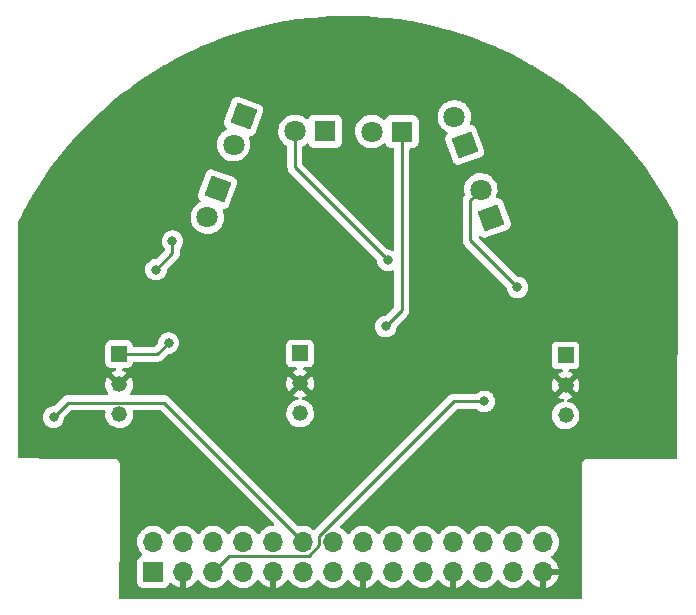
<source format=gbr>
%TF.GenerationSoftware,KiCad,Pcbnew,(6.0.5)*%
%TF.CreationDate,2024-03-24T17:12:35+02:00*%
%TF.ProjectId,Sensor Subsystem,53656e73-6f72-4205-9375-627379737465,rev?*%
%TF.SameCoordinates,Original*%
%TF.FileFunction,Copper,L2,Bot*%
%TF.FilePolarity,Positive*%
%FSLAX46Y46*%
G04 Gerber Fmt 4.6, Leading zero omitted, Abs format (unit mm)*
G04 Created by KiCad (PCBNEW (6.0.5)) date 2024-03-24 17:12:35*
%MOMM*%
%LPD*%
G01*
G04 APERTURE LIST*
G04 Aperture macros list*
%AMRotRect*
0 Rectangle, with rotation*
0 The origin of the aperture is its center*
0 $1 length*
0 $2 width*
0 $3 Rotation angle, in degrees counterclockwise*
0 Add horizontal line*
21,1,$1,$2,0,0,$3*%
G04 Aperture macros list end*
%TA.AperFunction,ComponentPad*%
%ADD10RotRect,1.800000X1.800000X250.000000*%
%TD*%
%TA.AperFunction,ComponentPad*%
%ADD11C,1.800000*%
%TD*%
%TA.AperFunction,ComponentPad*%
%ADD12R,1.700000X1.700000*%
%TD*%
%TA.AperFunction,ComponentPad*%
%ADD13O,1.700000X1.700000*%
%TD*%
%TA.AperFunction,ComponentPad*%
%ADD14C,1.320800*%
%TD*%
%TA.AperFunction,ComponentPad*%
%ADD15R,1.320800X1.320800*%
%TD*%
%TA.AperFunction,ComponentPad*%
%ADD16R,1.800000X1.800000*%
%TD*%
%TA.AperFunction,ComponentPad*%
%ADD17RotRect,1.800000X1.800000X110.000000*%
%TD*%
%TA.AperFunction,ViaPad*%
%ADD18C,0.800000*%
%TD*%
%TA.AperFunction,Conductor*%
%ADD19C,0.250000*%
%TD*%
G04 APERTURE END LIST*
D10*
%TO.P,U3,1,E*%
%TO.N,Net-(C9-Pad1)*%
X11061200Y41357568D03*
D11*
%TO.P,U3,2,C*%
%TO.N,/VDD1*%
X10192469Y38970749D03*
%TD*%
D12*
%TO.P,J1,1,Pin_1*%
%TO.N,unconnected-(J1-Pad1)*%
X3388200Y2789000D03*
D13*
%TO.P,J1,2,Pin_2*%
%TO.N,unconnected-(J1-Pad2)*%
X3388200Y5329000D03*
%TO.P,J1,3,Pin_3*%
%TO.N,GND*%
X5928200Y2789000D03*
%TO.P,J1,4,Pin_4*%
%TO.N,/BATT1*%
X5928200Y5329000D03*
%TO.P,J1,5,Pin_5*%
%TO.N,/PA3*%
X8468200Y2789000D03*
%TO.P,J1,6,Pin_6*%
%TO.N,unconnected-(J1-Pad6)*%
X8468200Y5329000D03*
%TO.P,J1,7,Pin_7*%
%TO.N,/PA4*%
X11008200Y2789000D03*
%TO.P,J1,8,Pin_8*%
%TO.N,unconnected-(J1-Pad8)*%
X11008200Y5329000D03*
%TO.P,J1,9,Pin_9*%
%TO.N,GND*%
X13548200Y2789000D03*
%TO.P,J1,10,Pin_10*%
%TO.N,/PE14*%
X13548200Y5329000D03*
%TO.P,J1,11,Pin_11*%
%TO.N,/PA5*%
X16088200Y2789000D03*
%TO.P,J1,12,Pin_12*%
%TO.N,/PE13*%
X16088200Y5329000D03*
%TO.P,J1,13,Pin_13*%
%TO.N,unconnected-(J1-Pad13)*%
X18628200Y2789000D03*
%TO.P,J1,14,Pin_14*%
%TO.N,/PE12*%
X18628200Y5329000D03*
%TO.P,J1,15,Pin_15*%
%TO.N,GND*%
X21168200Y2789000D03*
%TO.P,J1,16,Pin_16*%
%TO.N,/PE11*%
X21168200Y5329000D03*
%TO.P,J1,17,Pin_17*%
%TO.N,unconnected-(J1-Pad17)*%
X23708200Y2789000D03*
%TO.P,J1,18,Pin_18*%
%TO.N,/PE10*%
X23708200Y5329000D03*
%TO.P,J1,19,Pin_19*%
%TO.N,unconnected-(J1-Pad19)*%
X26248200Y2789000D03*
%TO.P,J1,20,Pin_20*%
%TO.N,unconnected-(J1-Pad20)*%
X26248200Y5329000D03*
%TO.P,J1,21,Pin_21*%
%TO.N,GND*%
X28788200Y2789000D03*
%TO.P,J1,22,Pin_22*%
%TO.N,/PE8*%
X28788200Y5329000D03*
%TO.P,J1,23,Pin_23*%
%TO.N,unconnected-(J1-Pad23)*%
X31328200Y2789000D03*
%TO.P,J1,24,Pin_24*%
%TO.N,unconnected-(J1-Pad24)*%
X31328200Y5329000D03*
%TO.P,J1,25,Pin_25*%
%TO.N,unconnected-(J1-Pad25)*%
X33868200Y2789000D03*
%TO.P,J1,26,Pin_26*%
%TO.N,/BATT2*%
X33868200Y5329000D03*
%TO.P,J1,27,Pin_27*%
%TO.N,GND*%
X36408200Y2789000D03*
%TO.P,J1,28,Pin_28*%
%TO.N,unconnected-(J1-Pad28)*%
X36408200Y5329000D03*
%TD*%
D14*
%TO.P,RV1,1,1*%
%TO.N,unconnected-(RV1-Pad1)*%
X38303200Y16040100D03*
%TO.P,RV1,2,2*%
%TO.N,GND*%
X38303200Y18580100D03*
D15*
%TO.P,RV1,3,3*%
%TO.N,Net-(R16-Pad1)*%
X38303200Y21120100D03*
%TD*%
D14*
%TO.P,RV2,1,1*%
%TO.N,unconnected-(RV2-Pad1)*%
X15825200Y16205200D03*
%TO.P,RV2,2,2*%
%TO.N,GND*%
X15825200Y18745200D03*
D15*
%TO.P,RV2,3,3*%
%TO.N,Net-(R17-Pad1)*%
X15825200Y21285200D03*
%TD*%
D16*
%TO.P,U2,1,E*%
%TO.N,Net-(C8-Pad1)*%
X24445000Y40075000D03*
D11*
%TO.P,U2,2,C*%
%TO.N,/VDD2*%
X21905000Y40075000D03*
%TD*%
D17*
%TO.P,CR1,1*%
%TO.N,Net-(CR1-Pad1)*%
X32000951Y32761352D03*
D11*
%TO.P,CR1,2*%
%TO.N,Net-(CR1-Pad2)*%
X31132220Y35148171D03*
%TD*%
D17*
%TO.P,U1,1,E*%
%TO.N,Net-(C7-Pad1)*%
X29760951Y38941352D03*
D11*
%TO.P,U1,2,C*%
%TO.N,/VDD1*%
X28892220Y41328171D03*
%TD*%
D14*
%TO.P,RV3,1,1*%
%TO.N,unconnected-(RV3-Pad1)*%
X508000Y16141700D03*
%TO.P,RV3,2,2*%
%TO.N,GND*%
X508000Y18681700D03*
D15*
%TO.P,RV3,3,3*%
%TO.N,Net-(R18-Pad1)*%
X508000Y21221700D03*
%TD*%
D10*
%TO.P,CR3,1*%
%TO.N,Net-(CR3-Pad1)*%
X8841200Y35207568D03*
D11*
%TO.P,CR3,2*%
%TO.N,Net-(CR3-Pad2)*%
X7972469Y32820749D03*
%TD*%
D16*
%TO.P,CR2,1*%
%TO.N,Net-(CR2-Pad1)*%
X17935000Y40095000D03*
D11*
%TO.P,CR2,2*%
%TO.N,Net-(CR2-Pad2)*%
X15395000Y40095000D03*
%TD*%
D18*
%TO.N,Net-(R18-Pad1)*%
X4690000Y22170000D03*
%TO.N,Net-(CR3-Pad2)*%
X5020000Y30790000D03*
X3630000Y28390000D03*
%TO.N,/PE13*%
X-5040000Y15890000D03*
%TO.N,/PA3*%
X31420000Y17230000D03*
%TO.N,Net-(C8-Pad1)*%
X23090000Y23570000D03*
%TO.N,Net-(CR2-Pad2)*%
X23270000Y29160000D03*
%TO.N,Net-(CR1-Pad2)*%
X34230000Y26880000D03*
%TD*%
D19*
%TO.N,Net-(R18-Pad1)*%
X3741700Y21221700D02*
X4690000Y22170000D01*
X508000Y21221700D02*
X3741700Y21221700D01*
%TO.N,Net-(CR3-Pad2)*%
X5020000Y29780000D02*
X5020000Y30790000D01*
X3630000Y28390000D02*
X5020000Y29780000D01*
%TO.N,/PA3*%
X28868190Y17230000D02*
X31420000Y17230000D01*
X17453689Y5815499D02*
X28868190Y17230000D01*
X16574699Y4154489D02*
X17453689Y5033479D01*
X17453689Y5033479D02*
X17453689Y5815499D01*
X8468200Y2789000D02*
X9833689Y4154489D01*
X9833689Y4154489D02*
X16574699Y4154489D01*
%TO.N,/PE13*%
X4287200Y17130000D02*
X-3800000Y17130000D01*
X-3800000Y17130000D02*
X-5040000Y15890000D01*
X16088200Y5329000D02*
X4287200Y17130000D01*
%TO.N,Net-(C8-Pad1)*%
X24445000Y24925000D02*
X23090000Y23570000D01*
X24445000Y40075000D02*
X24445000Y24925000D01*
%TO.N,Net-(CR2-Pad2)*%
X15395000Y37035000D02*
X23270000Y29160000D01*
X15395000Y40095000D02*
X15395000Y37035000D01*
%TO.N,Net-(CR1-Pad2)*%
X30232220Y30877780D02*
X34230000Y26880000D01*
X30232220Y34248171D02*
X30232220Y30877780D01*
X31132220Y35148171D02*
X30232220Y34248171D01*
%TD*%
%TA.AperFunction,Conductor*%
%TO.N,GND*%
G36*
X20330618Y49861661D02*
G01*
X20974863Y49850370D01*
X20979225Y49850217D01*
X21511220Y49822223D01*
X22062326Y49793223D01*
X22066731Y49792914D01*
X22773069Y49730867D01*
X23147197Y49698002D01*
X23151563Y49697540D01*
X24228017Y49564827D01*
X24232347Y49564216D01*
X25150834Y49418143D01*
X25303503Y49393863D01*
X25307851Y49393093D01*
X26372342Y49185317D01*
X26376623Y49184404D01*
X27433263Y48939436D01*
X27437518Y48938371D01*
X28355257Y48691419D01*
X28484845Y48656549D01*
X28489089Y48655327D01*
X29525934Y48336969D01*
X29530086Y48335613D01*
X30374683Y48043526D01*
X30555130Y47981122D01*
X30559277Y47979606D01*
X31571279Y47589409D01*
X31575330Y47587765D01*
X32302877Y47277542D01*
X32573024Y47162353D01*
X32577055Y47160550D01*
X33559237Y46700435D01*
X33563158Y46698514D01*
X34528605Y46204270D01*
X34532473Y46202204D01*
X35205299Y45827445D01*
X35480035Y45674419D01*
X35483854Y45672203D01*
X36242072Y45214355D01*
X36412300Y45111563D01*
X36416040Y45109214D01*
X37324265Y44516388D01*
X37327920Y44513910D01*
X38214828Y43889613D01*
X38218394Y43887008D01*
X39082876Y43232021D01*
X39086348Y43229293D01*
X39927336Y42544426D01*
X39930711Y42541578D01*
X40332216Y42190506D01*
X40738301Y41835430D01*
X40747188Y41827659D01*
X40750457Y41824699D01*
X41276108Y41331525D01*
X41541446Y41082581D01*
X41544613Y41079503D01*
X42309077Y40310158D01*
X42312134Y40306972D01*
X43049199Y39511281D01*
X43052142Y39507989D01*
X43239542Y39290895D01*
X43760846Y38686990D01*
X43763634Y38683645D01*
X44443196Y37838240D01*
X44445870Y37834792D01*
X44851187Y37292703D01*
X45095365Y36966128D01*
X45097946Y36962546D01*
X45716573Y36071702D01*
X45719027Y36068032D01*
X46165865Y35373853D01*
X46306058Y35156057D01*
X46308383Y35152303D01*
X46863110Y34220296D01*
X46865301Y34216462D01*
X47387025Y33265599D01*
X47389076Y33261702D01*
X47497557Y33046431D01*
X47813738Y32418997D01*
X47827216Y32361891D01*
X47810835Y27251556D01*
X47771140Y14867801D01*
X47763531Y12494096D01*
X47743311Y12426040D01*
X47689507Y12379719D01*
X47637532Y12368500D01*
X40207640Y12368500D01*
X40206688Y12368504D01*
X40206034Y12368509D01*
X40131017Y12369076D01*
X40102129Y12360865D01*
X40085561Y12357340D01*
X40055813Y12353080D01*
X40035630Y12343903D01*
X40032859Y12342643D01*
X40015154Y12336143D01*
X39999541Y12331706D01*
X39999537Y12331704D01*
X39990909Y12329252D01*
X39983314Y12324475D01*
X39983311Y12324474D01*
X39965493Y12313267D01*
X39950563Y12305225D01*
X39931388Y12296507D01*
X39931386Y12296506D01*
X39923218Y12292792D01*
X39904611Y12276759D01*
X39904115Y12276332D01*
X39888949Y12265126D01*
X39867610Y12251706D01*
X39861656Y12244984D01*
X39847702Y12229230D01*
X39835631Y12217323D01*
X39819672Y12203572D01*
X39819670Y12203569D01*
X39812873Y12197713D01*
X39807994Y12190186D01*
X39807990Y12190181D01*
X39799158Y12176554D01*
X39787745Y12161540D01*
X39771031Y12142671D01*
X39758230Y12115508D01*
X39749986Y12100691D01*
X39738530Y12083018D01*
X39738528Y12083014D01*
X39733648Y12075485D01*
X39731077Y12066888D01*
X39726423Y12051326D01*
X39719685Y12033719D01*
X39708937Y12010912D01*
X39707543Y12002045D01*
X39707542Y12002041D01*
X39704271Y11981236D01*
X39700518Y11964705D01*
X39691914Y11935934D01*
X39691859Y11926957D01*
X39691859Y11926956D01*
X39691704Y11901644D01*
X39691683Y11901147D01*
X39691558Y11900351D01*
X39691555Y11898115D01*
X39691515Y11870954D01*
X39691513Y11870369D01*
X39691218Y11822053D01*
X39691024Y11790279D01*
X39691324Y11789230D01*
X39691395Y11788173D01*
X39690784Y11366920D01*
X39675219Y634317D01*
X39655118Y566226D01*
X39601395Y519811D01*
X39549219Y508500D01*
X637718Y508500D01*
X569597Y528502D01*
X523104Y582158D01*
X511720Y635137D01*
X541743Y6569863D01*
X568442Y11847327D01*
X568960Y11901268D01*
X569130Y11918971D01*
X569130Y11918972D01*
X569216Y11927947D01*
X561326Y11955924D01*
X557779Y11972892D01*
X555030Y11992800D01*
X553803Y12001691D01*
X543083Y12025588D01*
X536782Y12042943D01*
X529677Y12068136D01*
X524914Y12075743D01*
X524913Y12075746D01*
X514253Y12092771D01*
X506085Y12108065D01*
X497861Y12126399D01*
X497861Y12126400D01*
X494187Y12134589D01*
X477197Y12154510D01*
X466278Y12169400D01*
X457146Y12183986D01*
X457141Y12183991D01*
X452382Y12191593D01*
X445678Y12197555D01*
X445675Y12197559D01*
X430662Y12210911D01*
X418528Y12223299D01*
X405491Y12238585D01*
X399667Y12245414D01*
X392161Y12250333D01*
X392159Y12250335D01*
X377770Y12259765D01*
X363108Y12270992D01*
X343543Y12288393D01*
X326416Y12296507D01*
X317277Y12300837D01*
X302158Y12309319D01*
X296134Y12313267D01*
X277841Y12325256D01*
X269252Y12327872D01*
X269248Y12327874D01*
X252794Y12332886D01*
X235564Y12339550D01*
X220030Y12346909D01*
X220027Y12346910D01*
X211911Y12350755D01*
X183191Y12355330D01*
X166322Y12359223D01*
X138503Y12367696D01*
X103919Y12368082D01*
X102801Y12368134D01*
X101385Y12368359D01*
X69431Y12368471D01*
X68611Y12368476D01*
X-7145Y12369322D01*
X-8813Y12368854D01*
X-10468Y12368748D01*
X-4652825Y12384924D01*
X-7916046Y12396295D01*
X-7984097Y12416534D01*
X-8030402Y12470351D01*
X-8041607Y12522233D01*
X-8042772Y14925928D01*
X-8043240Y15890000D01*
X-5953504Y15890000D01*
X-5952814Y15883435D01*
X-5938221Y15744594D01*
X-5933542Y15700072D01*
X-5874527Y15518444D01*
X-5779040Y15353056D01*
X-5774622Y15348149D01*
X-5774621Y15348148D01*
X-5667702Y15229402D01*
X-5651253Y15211134D01*
X-5603941Y15176760D01*
X-5508982Y15107768D01*
X-5496752Y15098882D01*
X-5490724Y15096198D01*
X-5490722Y15096197D01*
X-5328501Y15023972D01*
X-5322288Y15021206D01*
X-5251540Y15006168D01*
X-5141944Y14982872D01*
X-5141939Y14982872D01*
X-5135487Y14981500D01*
X-4944513Y14981500D01*
X-4938061Y14982872D01*
X-4938056Y14982872D01*
X-4828460Y15006168D01*
X-4757712Y15021206D01*
X-4751499Y15023972D01*
X-4589278Y15096197D01*
X-4589276Y15096198D01*
X-4583248Y15098882D01*
X-4571017Y15107768D01*
X-4476059Y15176760D01*
X-4428747Y15211134D01*
X-4412298Y15229402D01*
X-4305379Y15348148D01*
X-4305378Y15348149D01*
X-4300960Y15353056D01*
X-4205473Y15518444D01*
X-4146458Y15700072D01*
X-4141778Y15744594D01*
X-4129093Y15865292D01*
X-4102080Y15930949D01*
X-4092878Y15941218D01*
X-3574499Y16459596D01*
X-3512187Y16493621D01*
X-3485404Y16496500D01*
X-768942Y16496500D01*
X-700821Y16476498D01*
X-654328Y16422842D01*
X-643815Y16355691D01*
X-665506Y16172429D01*
X-651455Y15958060D01*
X-598574Y15749841D01*
X-508634Y15554746D01*
X-384647Y15379308D01*
X-352660Y15348148D01*
X-243124Y15241443D01*
X-230764Y15229402D01*
X-225968Y15226197D01*
X-225965Y15226195D01*
X-56945Y15113260D01*
X-56940Y15113257D01*
X-52140Y15110050D01*
X-46831Y15107769D01*
X-46829Y15107768D01*
X139932Y15027528D01*
X139936Y15027527D01*
X145242Y15025247D01*
X150874Y15023973D01*
X150876Y15023972D01*
X349137Y14979110D01*
X349142Y14979109D01*
X354774Y14977835D01*
X360545Y14977608D01*
X360547Y14977608D01*
X426614Y14975012D01*
X569438Y14969401D01*
X694168Y14987486D01*
X776321Y14999397D01*
X776325Y14999398D01*
X782043Y15000227D01*
X787515Y15002085D01*
X787517Y15002085D01*
X980007Y15067427D01*
X980009Y15067428D01*
X985471Y15069282D01*
X1172909Y15174252D01*
X1223160Y15216045D01*
X1333640Y15307931D01*
X1338078Y15311622D01*
X1475448Y15476791D01*
X1580418Y15664229D01*
X1607699Y15744594D01*
X1647615Y15862183D01*
X1647615Y15862185D01*
X1649473Y15867657D01*
X1653665Y15896565D01*
X1674476Y16040100D01*
X1680299Y16080262D01*
X1681908Y16141700D01*
X1662251Y16355628D01*
X1664063Y16355795D01*
X1670459Y16418150D01*
X1714737Y16473647D01*
X1787102Y16496500D01*
X3972606Y16496500D01*
X4040727Y16476498D01*
X4061701Y16459595D01*
X13618286Y6903010D01*
X13652312Y6840698D01*
X13647247Y6769883D01*
X13604700Y6713047D01*
X13538180Y6688236D01*
X13527659Y6687924D01*
X13480162Y6688505D01*
X13458280Y6688772D01*
X13458278Y6688772D01*
X13453111Y6688835D01*
X13232291Y6655045D01*
X13019956Y6585643D01*
X12821807Y6482493D01*
X12817674Y6479390D01*
X12817671Y6479388D01*
X12650678Y6354006D01*
X12643165Y6348365D01*
X12488829Y6186862D01*
X12381401Y6029379D01*
X12326493Y5984379D01*
X12255968Y5976208D01*
X12192221Y6007462D01*
X12171524Y6031946D01*
X12091022Y6156383D01*
X12091020Y6156386D01*
X12088214Y6160723D01*
X11937870Y6325949D01*
X11933819Y6329148D01*
X11933815Y6329152D01*
X11766614Y6461200D01*
X11766610Y6461202D01*
X11762559Y6464402D01*
X11566989Y6572362D01*
X11562120Y6574086D01*
X11562116Y6574088D01*
X11361287Y6645205D01*
X11361283Y6645206D01*
X11356412Y6646931D01*
X11351319Y6647838D01*
X11351316Y6647839D01*
X11141573Y6685200D01*
X11141567Y6685201D01*
X11136484Y6686106D01*
X11062652Y6687008D01*
X10918281Y6688772D01*
X10918279Y6688772D01*
X10913111Y6688835D01*
X10692291Y6655045D01*
X10479956Y6585643D01*
X10281807Y6482493D01*
X10277674Y6479390D01*
X10277671Y6479388D01*
X10110678Y6354006D01*
X10103165Y6348365D01*
X9948829Y6186862D01*
X9841401Y6029379D01*
X9786493Y5984379D01*
X9715968Y5976208D01*
X9652221Y6007462D01*
X9631524Y6031946D01*
X9551022Y6156383D01*
X9551020Y6156386D01*
X9548214Y6160723D01*
X9397870Y6325949D01*
X9393819Y6329148D01*
X9393815Y6329152D01*
X9226614Y6461200D01*
X9226610Y6461202D01*
X9222559Y6464402D01*
X9026989Y6572362D01*
X9022120Y6574086D01*
X9022116Y6574088D01*
X8821287Y6645205D01*
X8821283Y6645206D01*
X8816412Y6646931D01*
X8811319Y6647838D01*
X8811316Y6647839D01*
X8601573Y6685200D01*
X8601567Y6685201D01*
X8596484Y6686106D01*
X8522652Y6687008D01*
X8378281Y6688772D01*
X8378279Y6688772D01*
X8373111Y6688835D01*
X8152291Y6655045D01*
X7939956Y6585643D01*
X7741807Y6482493D01*
X7737674Y6479390D01*
X7737671Y6479388D01*
X7570678Y6354006D01*
X7563165Y6348365D01*
X7408829Y6186862D01*
X7301401Y6029379D01*
X7246493Y5984379D01*
X7175968Y5976208D01*
X7112221Y6007462D01*
X7091524Y6031946D01*
X7011022Y6156383D01*
X7011020Y6156386D01*
X7008214Y6160723D01*
X6857870Y6325949D01*
X6853819Y6329148D01*
X6853815Y6329152D01*
X6686614Y6461200D01*
X6686610Y6461202D01*
X6682559Y6464402D01*
X6486989Y6572362D01*
X6482120Y6574086D01*
X6482116Y6574088D01*
X6281287Y6645205D01*
X6281283Y6645206D01*
X6276412Y6646931D01*
X6271319Y6647838D01*
X6271316Y6647839D01*
X6061573Y6685200D01*
X6061567Y6685201D01*
X6056484Y6686106D01*
X5982652Y6687008D01*
X5838281Y6688772D01*
X5838279Y6688772D01*
X5833111Y6688835D01*
X5612291Y6655045D01*
X5399956Y6585643D01*
X5201807Y6482493D01*
X5197674Y6479390D01*
X5197671Y6479388D01*
X5030678Y6354006D01*
X5023165Y6348365D01*
X4868829Y6186862D01*
X4761401Y6029379D01*
X4706493Y5984379D01*
X4635968Y5976208D01*
X4572221Y6007462D01*
X4551524Y6031946D01*
X4471022Y6156383D01*
X4471020Y6156386D01*
X4468214Y6160723D01*
X4317870Y6325949D01*
X4313819Y6329148D01*
X4313815Y6329152D01*
X4146614Y6461200D01*
X4146610Y6461202D01*
X4142559Y6464402D01*
X3946989Y6572362D01*
X3942120Y6574086D01*
X3942116Y6574088D01*
X3741287Y6645205D01*
X3741283Y6645206D01*
X3736412Y6646931D01*
X3731319Y6647838D01*
X3731316Y6647839D01*
X3521573Y6685200D01*
X3521567Y6685201D01*
X3516484Y6686106D01*
X3442652Y6687008D01*
X3298281Y6688772D01*
X3298279Y6688772D01*
X3293111Y6688835D01*
X3072291Y6655045D01*
X2859956Y6585643D01*
X2661807Y6482493D01*
X2657674Y6479390D01*
X2657671Y6479388D01*
X2490678Y6354006D01*
X2483165Y6348365D01*
X2328829Y6186862D01*
X2202943Y6002320D01*
X2108888Y5799695D01*
X2049189Y5584430D01*
X2025451Y5362305D01*
X2025748Y5357152D01*
X2025748Y5357149D01*
X2031211Y5262410D01*
X2038310Y5139285D01*
X2039447Y5134239D01*
X2039448Y5134233D01*
X2059319Y5046061D01*
X2087422Y4921361D01*
X2171466Y4714384D01*
X2222219Y4631562D01*
X2285491Y4528312D01*
X2288187Y4523912D01*
X2434450Y4355062D01*
X2438430Y4351758D01*
X2443181Y4347813D01*
X2482816Y4288910D01*
X2484313Y4217929D01*
X2447197Y4157407D01*
X2406925Y4132888D01*
X2366113Y4117588D01*
X2291495Y4089615D01*
X2174939Y4002261D01*
X2087585Y3885705D01*
X2036455Y3749316D01*
X2029700Y3687134D01*
X2029700Y1890866D01*
X2036455Y1828684D01*
X2087585Y1692295D01*
X2174939Y1575739D01*
X2291495Y1488385D01*
X2427884Y1437255D01*
X2490066Y1430500D01*
X4286334Y1430500D01*
X4348516Y1437255D01*
X4484905Y1488385D01*
X4601461Y1575739D01*
X4688815Y1692295D01*
X4732998Y1810152D01*
X4775640Y1866916D01*
X4842201Y1891616D01*
X4911550Y1876408D01*
X4946217Y1848420D01*
X4971418Y1819327D01*
X4978780Y1812117D01*
X5142634Y1676084D01*
X5151081Y1670169D01*
X5334956Y1562721D01*
X5344242Y1558271D01*
X5543201Y1482297D01*
X5553099Y1479421D01*
X5656450Y1458394D01*
X5670499Y1459590D01*
X5674200Y1469935D01*
X5674200Y2917000D01*
X5694202Y2985121D01*
X5747858Y3031614D01*
X5800200Y3043000D01*
X6056200Y3043000D01*
X6124321Y3022998D01*
X6170814Y2969342D01*
X6182200Y2917000D01*
X6182200Y1470483D01*
X6186264Y1456641D01*
X6199678Y1454607D01*
X6206384Y1455466D01*
X6216462Y1457608D01*
X6420455Y1518809D01*
X6430042Y1522567D01*
X6621295Y1616261D01*
X6630145Y1621536D01*
X6803528Y1745208D01*
X6811400Y1751861D01*
X6962252Y1902188D01*
X6968930Y1910035D01*
X7096222Y2087181D01*
X7097479Y2086278D01*
X7144573Y2129638D01*
X7214511Y2141855D01*
X7279951Y2114322D01*
X7307779Y2082489D01*
X7368187Y1983912D01*
X7514450Y1815062D01*
X7686326Y1672368D01*
X7879200Y1559662D01*
X8087892Y1479970D01*
X8092960Y1478939D01*
X8092963Y1478938D01*
X8188062Y1459590D01*
X8306797Y1435433D01*
X8311972Y1435243D01*
X8311974Y1435243D01*
X8524873Y1427436D01*
X8524877Y1427436D01*
X8530037Y1427247D01*
X8535157Y1427903D01*
X8535159Y1427903D01*
X8746488Y1454975D01*
X8746489Y1454975D01*
X8751616Y1455632D01*
X8756566Y1457117D01*
X8960629Y1518339D01*
X8960634Y1518341D01*
X8965584Y1519826D01*
X9166194Y1618104D01*
X9348060Y1747827D01*
X9506296Y1905511D01*
X9636653Y2086923D01*
X9637976Y2085972D01*
X9684845Y2129143D01*
X9754780Y2141375D01*
X9820226Y2113856D01*
X9848075Y2082006D01*
X9908187Y1983912D01*
X10054450Y1815062D01*
X10226326Y1672368D01*
X10419200Y1559662D01*
X10627892Y1479970D01*
X10632960Y1478939D01*
X10632963Y1478938D01*
X10728062Y1459590D01*
X10846797Y1435433D01*
X10851972Y1435243D01*
X10851974Y1435243D01*
X11064873Y1427436D01*
X11064877Y1427436D01*
X11070037Y1427247D01*
X11075157Y1427903D01*
X11075159Y1427903D01*
X11286488Y1454975D01*
X11286489Y1454975D01*
X11291616Y1455632D01*
X11296566Y1457117D01*
X11500629Y1518339D01*
X11500634Y1518341D01*
X11505584Y1519826D01*
X11706194Y1618104D01*
X11888060Y1747827D01*
X12046296Y1905511D01*
X12176653Y2086923D01*
X12177840Y2086070D01*
X12225160Y2129638D01*
X12295097Y2141855D01*
X12360538Y2114322D01*
X12388366Y2082489D01*
X12445894Y1988612D01*
X12451977Y1980301D01*
X12591413Y1819333D01*
X12598780Y1812117D01*
X12762634Y1676084D01*
X12771081Y1670169D01*
X12954956Y1562721D01*
X12964242Y1558271D01*
X13163201Y1482297D01*
X13173099Y1479421D01*
X13276450Y1458394D01*
X13290499Y1459590D01*
X13294200Y1469935D01*
X13294200Y2917000D01*
X13314202Y2985121D01*
X13367858Y3031614D01*
X13420200Y3043000D01*
X13676200Y3043000D01*
X13744321Y3022998D01*
X13790814Y2969342D01*
X13802200Y2917000D01*
X13802200Y1470483D01*
X13806264Y1456641D01*
X13819678Y1454607D01*
X13826384Y1455466D01*
X13836462Y1457608D01*
X14040455Y1518809D01*
X14050042Y1522567D01*
X14241295Y1616261D01*
X14250145Y1621536D01*
X14423528Y1745208D01*
X14431400Y1751861D01*
X14582252Y1902188D01*
X14588930Y1910035D01*
X14716222Y2087181D01*
X14717479Y2086278D01*
X14764573Y2129638D01*
X14834511Y2141855D01*
X14899951Y2114322D01*
X14927779Y2082489D01*
X14988187Y1983912D01*
X15134450Y1815062D01*
X15306326Y1672368D01*
X15499200Y1559662D01*
X15707892Y1479970D01*
X15712960Y1478939D01*
X15712963Y1478938D01*
X15808062Y1459590D01*
X15926797Y1435433D01*
X15931972Y1435243D01*
X15931974Y1435243D01*
X16144873Y1427436D01*
X16144877Y1427436D01*
X16150037Y1427247D01*
X16155157Y1427903D01*
X16155159Y1427903D01*
X16366488Y1454975D01*
X16366489Y1454975D01*
X16371616Y1455632D01*
X16376566Y1457117D01*
X16580629Y1518339D01*
X16580634Y1518341D01*
X16585584Y1519826D01*
X16786194Y1618104D01*
X16968060Y1747827D01*
X17126296Y1905511D01*
X17256653Y2086923D01*
X17257976Y2085972D01*
X17304845Y2129143D01*
X17374780Y2141375D01*
X17440226Y2113856D01*
X17468075Y2082006D01*
X17528187Y1983912D01*
X17674450Y1815062D01*
X17846326Y1672368D01*
X18039200Y1559662D01*
X18247892Y1479970D01*
X18252960Y1478939D01*
X18252963Y1478938D01*
X18348062Y1459590D01*
X18466797Y1435433D01*
X18471972Y1435243D01*
X18471974Y1435243D01*
X18684873Y1427436D01*
X18684877Y1427436D01*
X18690037Y1427247D01*
X18695157Y1427903D01*
X18695159Y1427903D01*
X18906488Y1454975D01*
X18906489Y1454975D01*
X18911616Y1455632D01*
X18916566Y1457117D01*
X19120629Y1518339D01*
X19120634Y1518341D01*
X19125584Y1519826D01*
X19326194Y1618104D01*
X19508060Y1747827D01*
X19666296Y1905511D01*
X19796653Y2086923D01*
X19797840Y2086070D01*
X19845160Y2129638D01*
X19915097Y2141855D01*
X19980538Y2114322D01*
X20008366Y2082489D01*
X20065894Y1988612D01*
X20071977Y1980301D01*
X20211413Y1819333D01*
X20218780Y1812117D01*
X20382634Y1676084D01*
X20391081Y1670169D01*
X20574956Y1562721D01*
X20584242Y1558271D01*
X20783201Y1482297D01*
X20793099Y1479421D01*
X20896450Y1458394D01*
X20910499Y1459590D01*
X20914200Y1469935D01*
X20914200Y2917000D01*
X20934202Y2985121D01*
X20987858Y3031614D01*
X21040200Y3043000D01*
X21296200Y3043000D01*
X21364321Y3022998D01*
X21410814Y2969342D01*
X21422200Y2917000D01*
X21422200Y1470483D01*
X21426264Y1456641D01*
X21439678Y1454607D01*
X21446384Y1455466D01*
X21456462Y1457608D01*
X21660455Y1518809D01*
X21670042Y1522567D01*
X21861295Y1616261D01*
X21870145Y1621536D01*
X22043528Y1745208D01*
X22051400Y1751861D01*
X22202252Y1902188D01*
X22208930Y1910035D01*
X22336222Y2087181D01*
X22337479Y2086278D01*
X22384573Y2129638D01*
X22454511Y2141855D01*
X22519951Y2114322D01*
X22547779Y2082489D01*
X22608187Y1983912D01*
X22754450Y1815062D01*
X22926326Y1672368D01*
X23119200Y1559662D01*
X23327892Y1479970D01*
X23332960Y1478939D01*
X23332963Y1478938D01*
X23428062Y1459590D01*
X23546797Y1435433D01*
X23551972Y1435243D01*
X23551974Y1435243D01*
X23764873Y1427436D01*
X23764877Y1427436D01*
X23770037Y1427247D01*
X23775157Y1427903D01*
X23775159Y1427903D01*
X23986488Y1454975D01*
X23986489Y1454975D01*
X23991616Y1455632D01*
X23996566Y1457117D01*
X24200629Y1518339D01*
X24200634Y1518341D01*
X24205584Y1519826D01*
X24406194Y1618104D01*
X24588060Y1747827D01*
X24746296Y1905511D01*
X24876653Y2086923D01*
X24877976Y2085972D01*
X24924845Y2129143D01*
X24994780Y2141375D01*
X25060226Y2113856D01*
X25088075Y2082006D01*
X25148187Y1983912D01*
X25294450Y1815062D01*
X25466326Y1672368D01*
X25659200Y1559662D01*
X25867892Y1479970D01*
X25872960Y1478939D01*
X25872963Y1478938D01*
X25968062Y1459590D01*
X26086797Y1435433D01*
X26091972Y1435243D01*
X26091974Y1435243D01*
X26304873Y1427436D01*
X26304877Y1427436D01*
X26310037Y1427247D01*
X26315157Y1427903D01*
X26315159Y1427903D01*
X26526488Y1454975D01*
X26526489Y1454975D01*
X26531616Y1455632D01*
X26536566Y1457117D01*
X26740629Y1518339D01*
X26740634Y1518341D01*
X26745584Y1519826D01*
X26946194Y1618104D01*
X27128060Y1747827D01*
X27286296Y1905511D01*
X27416653Y2086923D01*
X27417840Y2086070D01*
X27465160Y2129638D01*
X27535097Y2141855D01*
X27600538Y2114322D01*
X27628366Y2082489D01*
X27685894Y1988612D01*
X27691977Y1980301D01*
X27831413Y1819333D01*
X27838780Y1812117D01*
X28002634Y1676084D01*
X28011081Y1670169D01*
X28194956Y1562721D01*
X28204242Y1558271D01*
X28403201Y1482297D01*
X28413099Y1479421D01*
X28516450Y1458394D01*
X28530499Y1459590D01*
X28534200Y1469935D01*
X28534200Y2917000D01*
X28554202Y2985121D01*
X28607858Y3031614D01*
X28660200Y3043000D01*
X28916200Y3043000D01*
X28984321Y3022998D01*
X29030814Y2969342D01*
X29042200Y2917000D01*
X29042200Y1470483D01*
X29046264Y1456641D01*
X29059678Y1454607D01*
X29066384Y1455466D01*
X29076462Y1457608D01*
X29280455Y1518809D01*
X29290042Y1522567D01*
X29481295Y1616261D01*
X29490145Y1621536D01*
X29663528Y1745208D01*
X29671400Y1751861D01*
X29822252Y1902188D01*
X29828930Y1910035D01*
X29956222Y2087181D01*
X29957479Y2086278D01*
X30004573Y2129638D01*
X30074511Y2141855D01*
X30139951Y2114322D01*
X30167779Y2082489D01*
X30228187Y1983912D01*
X30374450Y1815062D01*
X30546326Y1672368D01*
X30739200Y1559662D01*
X30947892Y1479970D01*
X30952960Y1478939D01*
X30952963Y1478938D01*
X31048062Y1459590D01*
X31166797Y1435433D01*
X31171972Y1435243D01*
X31171974Y1435243D01*
X31384873Y1427436D01*
X31384877Y1427436D01*
X31390037Y1427247D01*
X31395157Y1427903D01*
X31395159Y1427903D01*
X31606488Y1454975D01*
X31606489Y1454975D01*
X31611616Y1455632D01*
X31616566Y1457117D01*
X31820629Y1518339D01*
X31820634Y1518341D01*
X31825584Y1519826D01*
X32026194Y1618104D01*
X32208060Y1747827D01*
X32366296Y1905511D01*
X32496653Y2086923D01*
X32497976Y2085972D01*
X32544845Y2129143D01*
X32614780Y2141375D01*
X32680226Y2113856D01*
X32708075Y2082006D01*
X32768187Y1983912D01*
X32914450Y1815062D01*
X33086326Y1672368D01*
X33279200Y1559662D01*
X33487892Y1479970D01*
X33492960Y1478939D01*
X33492963Y1478938D01*
X33588062Y1459590D01*
X33706797Y1435433D01*
X33711972Y1435243D01*
X33711974Y1435243D01*
X33924873Y1427436D01*
X33924877Y1427436D01*
X33930037Y1427247D01*
X33935157Y1427903D01*
X33935159Y1427903D01*
X34146488Y1454975D01*
X34146489Y1454975D01*
X34151616Y1455632D01*
X34156566Y1457117D01*
X34360629Y1518339D01*
X34360634Y1518341D01*
X34365584Y1519826D01*
X34566194Y1618104D01*
X34748060Y1747827D01*
X34906296Y1905511D01*
X35036653Y2086923D01*
X35037840Y2086070D01*
X35085160Y2129638D01*
X35155097Y2141855D01*
X35220538Y2114322D01*
X35248366Y2082489D01*
X35305894Y1988612D01*
X35311977Y1980301D01*
X35451413Y1819333D01*
X35458780Y1812117D01*
X35622634Y1676084D01*
X35631081Y1670169D01*
X35814956Y1562721D01*
X35824242Y1558271D01*
X36023201Y1482297D01*
X36033099Y1479421D01*
X36136450Y1458394D01*
X36150499Y1459590D01*
X36154200Y1469935D01*
X36154200Y1470483D01*
X36662200Y1470483D01*
X36666264Y1456641D01*
X36679678Y1454607D01*
X36686384Y1455466D01*
X36696462Y1457608D01*
X36900455Y1518809D01*
X36910042Y1522567D01*
X37101295Y1616261D01*
X37110145Y1621536D01*
X37283528Y1745208D01*
X37291400Y1751861D01*
X37442252Y1902188D01*
X37448930Y1910035D01*
X37573203Y2082980D01*
X37578513Y2091817D01*
X37672870Y2282733D01*
X37676669Y2292328D01*
X37738577Y2496090D01*
X37740755Y2506163D01*
X37742186Y2517038D01*
X37739975Y2531222D01*
X37726817Y2535000D01*
X36680315Y2535000D01*
X36665076Y2530525D01*
X36663871Y2529135D01*
X36662200Y2521452D01*
X36662200Y1470483D01*
X36154200Y1470483D01*
X36154200Y2917000D01*
X36174202Y2985121D01*
X36227858Y3031614D01*
X36280200Y3043000D01*
X37726544Y3043000D01*
X37740075Y3046973D01*
X37741380Y3056053D01*
X37699414Y3223125D01*
X37696094Y3232876D01*
X37611172Y3428186D01*
X37606305Y3437261D01*
X37490626Y3616074D01*
X37484336Y3624243D01*
X37341006Y3781760D01*
X37333473Y3788785D01*
X37166339Y3920778D01*
X37157756Y3926480D01*
X37120802Y3946880D01*
X37070831Y3997313D01*
X37056059Y4066755D01*
X37081175Y4133161D01*
X37108527Y4159768D01*
X37132240Y4176682D01*
X37288060Y4287827D01*
X37309669Y4309360D01*
X37442635Y4441863D01*
X37446296Y4445511D01*
X37505794Y4528311D01*
X37573635Y4622723D01*
X37576653Y4626923D01*
X37597520Y4669143D01*
X37673336Y4822547D01*
X37673337Y4822549D01*
X37675630Y4827189D01*
X37740570Y5040931D01*
X37769729Y5262410D01*
X37771356Y5329000D01*
X37753052Y5551639D01*
X37698631Y5768298D01*
X37609554Y5973160D01*
X37488214Y6160723D01*
X37337870Y6325949D01*
X37333819Y6329148D01*
X37333815Y6329152D01*
X37166614Y6461200D01*
X37166610Y6461202D01*
X37162559Y6464402D01*
X36966989Y6572362D01*
X36962120Y6574086D01*
X36962116Y6574088D01*
X36761287Y6645205D01*
X36761283Y6645206D01*
X36756412Y6646931D01*
X36751319Y6647838D01*
X36751316Y6647839D01*
X36541573Y6685200D01*
X36541567Y6685201D01*
X36536484Y6686106D01*
X36462652Y6687008D01*
X36318281Y6688772D01*
X36318279Y6688772D01*
X36313111Y6688835D01*
X36092291Y6655045D01*
X35879956Y6585643D01*
X35681807Y6482493D01*
X35677674Y6479390D01*
X35677671Y6479388D01*
X35510678Y6354006D01*
X35503165Y6348365D01*
X35348829Y6186862D01*
X35241401Y6029379D01*
X35186493Y5984379D01*
X35115968Y5976208D01*
X35052221Y6007462D01*
X35031524Y6031946D01*
X34951022Y6156383D01*
X34951020Y6156386D01*
X34948214Y6160723D01*
X34797870Y6325949D01*
X34793819Y6329148D01*
X34793815Y6329152D01*
X34626614Y6461200D01*
X34626610Y6461202D01*
X34622559Y6464402D01*
X34426989Y6572362D01*
X34422120Y6574086D01*
X34422116Y6574088D01*
X34221287Y6645205D01*
X34221283Y6645206D01*
X34216412Y6646931D01*
X34211319Y6647838D01*
X34211316Y6647839D01*
X34001573Y6685200D01*
X34001567Y6685201D01*
X33996484Y6686106D01*
X33922652Y6687008D01*
X33778281Y6688772D01*
X33778279Y6688772D01*
X33773111Y6688835D01*
X33552291Y6655045D01*
X33339956Y6585643D01*
X33141807Y6482493D01*
X33137674Y6479390D01*
X33137671Y6479388D01*
X32970678Y6354006D01*
X32963165Y6348365D01*
X32808829Y6186862D01*
X32701401Y6029379D01*
X32646493Y5984379D01*
X32575968Y5976208D01*
X32512221Y6007462D01*
X32491524Y6031946D01*
X32411022Y6156383D01*
X32411020Y6156386D01*
X32408214Y6160723D01*
X32257870Y6325949D01*
X32253819Y6329148D01*
X32253815Y6329152D01*
X32086614Y6461200D01*
X32086610Y6461202D01*
X32082559Y6464402D01*
X31886989Y6572362D01*
X31882120Y6574086D01*
X31882116Y6574088D01*
X31681287Y6645205D01*
X31681283Y6645206D01*
X31676412Y6646931D01*
X31671319Y6647838D01*
X31671316Y6647839D01*
X31461573Y6685200D01*
X31461567Y6685201D01*
X31456484Y6686106D01*
X31382652Y6687008D01*
X31238281Y6688772D01*
X31238279Y6688772D01*
X31233111Y6688835D01*
X31012291Y6655045D01*
X30799956Y6585643D01*
X30601807Y6482493D01*
X30597674Y6479390D01*
X30597671Y6479388D01*
X30430678Y6354006D01*
X30423165Y6348365D01*
X30268829Y6186862D01*
X30161401Y6029379D01*
X30106493Y5984379D01*
X30035968Y5976208D01*
X29972221Y6007462D01*
X29951524Y6031946D01*
X29871022Y6156383D01*
X29871020Y6156386D01*
X29868214Y6160723D01*
X29717870Y6325949D01*
X29713819Y6329148D01*
X29713815Y6329152D01*
X29546614Y6461200D01*
X29546610Y6461202D01*
X29542559Y6464402D01*
X29346989Y6572362D01*
X29342120Y6574086D01*
X29342116Y6574088D01*
X29141287Y6645205D01*
X29141283Y6645206D01*
X29136412Y6646931D01*
X29131319Y6647838D01*
X29131316Y6647839D01*
X28921573Y6685200D01*
X28921567Y6685201D01*
X28916484Y6686106D01*
X28842652Y6687008D01*
X28698281Y6688772D01*
X28698279Y6688772D01*
X28693111Y6688835D01*
X28472291Y6655045D01*
X28259956Y6585643D01*
X28061807Y6482493D01*
X28057674Y6479390D01*
X28057671Y6479388D01*
X27890678Y6354006D01*
X27883165Y6348365D01*
X27728829Y6186862D01*
X27621401Y6029379D01*
X27566493Y5984379D01*
X27495968Y5976208D01*
X27432221Y6007462D01*
X27411524Y6031946D01*
X27331022Y6156383D01*
X27331020Y6156386D01*
X27328214Y6160723D01*
X27177870Y6325949D01*
X27173819Y6329148D01*
X27173815Y6329152D01*
X27006614Y6461200D01*
X27006610Y6461202D01*
X27002559Y6464402D01*
X26806989Y6572362D01*
X26802120Y6574086D01*
X26802116Y6574088D01*
X26601287Y6645205D01*
X26601283Y6645206D01*
X26596412Y6646931D01*
X26591319Y6647838D01*
X26591316Y6647839D01*
X26381573Y6685200D01*
X26381567Y6685201D01*
X26376484Y6686106D01*
X26302652Y6687008D01*
X26158281Y6688772D01*
X26158279Y6688772D01*
X26153111Y6688835D01*
X25932291Y6655045D01*
X25719956Y6585643D01*
X25521807Y6482493D01*
X25517674Y6479390D01*
X25517671Y6479388D01*
X25350678Y6354006D01*
X25343165Y6348365D01*
X25188829Y6186862D01*
X25081401Y6029379D01*
X25026493Y5984379D01*
X24955968Y5976208D01*
X24892221Y6007462D01*
X24871524Y6031946D01*
X24791022Y6156383D01*
X24791020Y6156386D01*
X24788214Y6160723D01*
X24637870Y6325949D01*
X24633819Y6329148D01*
X24633815Y6329152D01*
X24466614Y6461200D01*
X24466610Y6461202D01*
X24462559Y6464402D01*
X24266989Y6572362D01*
X24262120Y6574086D01*
X24262116Y6574088D01*
X24061287Y6645205D01*
X24061283Y6645206D01*
X24056412Y6646931D01*
X24051319Y6647838D01*
X24051316Y6647839D01*
X23841573Y6685200D01*
X23841567Y6685201D01*
X23836484Y6686106D01*
X23762652Y6687008D01*
X23618281Y6688772D01*
X23618279Y6688772D01*
X23613111Y6688835D01*
X23392291Y6655045D01*
X23179956Y6585643D01*
X22981807Y6482493D01*
X22977674Y6479390D01*
X22977671Y6479388D01*
X22810678Y6354006D01*
X22803165Y6348365D01*
X22648829Y6186862D01*
X22541401Y6029379D01*
X22486493Y5984379D01*
X22415968Y5976208D01*
X22352221Y6007462D01*
X22331524Y6031946D01*
X22251022Y6156383D01*
X22251020Y6156386D01*
X22248214Y6160723D01*
X22097870Y6325949D01*
X22093819Y6329148D01*
X22093815Y6329152D01*
X21926614Y6461200D01*
X21926610Y6461202D01*
X21922559Y6464402D01*
X21726989Y6572362D01*
X21722120Y6574086D01*
X21722116Y6574088D01*
X21521287Y6645205D01*
X21521283Y6645206D01*
X21516412Y6646931D01*
X21511319Y6647838D01*
X21511316Y6647839D01*
X21301573Y6685200D01*
X21301567Y6685201D01*
X21296484Y6686106D01*
X21222652Y6687008D01*
X21078281Y6688772D01*
X21078279Y6688772D01*
X21073111Y6688835D01*
X20852291Y6655045D01*
X20639956Y6585643D01*
X20441807Y6482493D01*
X20437674Y6479390D01*
X20437671Y6479388D01*
X20270678Y6354006D01*
X20263165Y6348365D01*
X20108829Y6186862D01*
X20001401Y6029379D01*
X19946493Y5984379D01*
X19875968Y5976208D01*
X19812221Y6007462D01*
X19791524Y6031946D01*
X19711022Y6156383D01*
X19711020Y6156386D01*
X19708214Y6160723D01*
X19557870Y6325949D01*
X19553819Y6329148D01*
X19553815Y6329152D01*
X19386614Y6461200D01*
X19386610Y6461202D01*
X19382559Y6464402D01*
X19281749Y6520052D01*
X19231780Y6570484D01*
X19217008Y6639927D01*
X19242124Y6706332D01*
X19253549Y6719455D01*
X24145898Y11611803D01*
X28604924Y16070829D01*
X37129694Y16070829D01*
X37143745Y15856460D01*
X37196626Y15648241D01*
X37199045Y15642994D01*
X37275666Y15476791D01*
X37286566Y15453146D01*
X37410553Y15277708D01*
X37564436Y15127802D01*
X37569232Y15124597D01*
X37569235Y15124595D01*
X37738255Y15011660D01*
X37738260Y15011657D01*
X37743060Y15008450D01*
X37748369Y15006169D01*
X37748371Y15006168D01*
X37935132Y14925928D01*
X37935136Y14925927D01*
X37940442Y14923647D01*
X37946074Y14922373D01*
X37946076Y14922372D01*
X38144337Y14877510D01*
X38144342Y14877509D01*
X38149974Y14876235D01*
X38155745Y14876008D01*
X38155747Y14876008D01*
X38221814Y14873412D01*
X38364638Y14867801D01*
X38489368Y14885886D01*
X38571521Y14897797D01*
X38571525Y14897798D01*
X38577243Y14898627D01*
X38582715Y14900485D01*
X38582717Y14900485D01*
X38775207Y14965827D01*
X38775209Y14965828D01*
X38780671Y14967682D01*
X38968109Y15072652D01*
X39030564Y15124595D01*
X39050693Y15141337D01*
X39133278Y15210022D01*
X39248157Y15348148D01*
X39266957Y15370753D01*
X39270648Y15375191D01*
X39375618Y15562629D01*
X39402899Y15642994D01*
X39442815Y15760583D01*
X39442815Y15760585D01*
X39444673Y15766057D01*
X39456969Y15850858D01*
X39470070Y15941218D01*
X39475499Y15978662D01*
X39477108Y16040100D01*
X39457451Y16254028D01*
X39450569Y16278432D01*
X39427224Y16361206D01*
X39399138Y16460791D01*
X39392799Y16473647D01*
X39306675Y16648286D01*
X39304121Y16653465D01*
X39224444Y16760166D01*
X39179037Y16820974D01*
X39179036Y16820975D01*
X39175584Y16825598D01*
X39156078Y16843629D01*
X39022070Y16967505D01*
X39022067Y16967507D01*
X39017830Y16971424D01*
X38836143Y17086060D01*
X38636608Y17165666D01*
X38630948Y17166792D01*
X38630944Y17166793D01*
X38535589Y17185760D01*
X38472679Y17218668D01*
X38437547Y17280363D01*
X38441347Y17351257D01*
X38482873Y17408843D01*
X38542090Y17434035D01*
X38571412Y17438286D01*
X38582595Y17440971D01*
X38774995Y17506282D01*
X38785510Y17510964D01*
X38915609Y17583823D01*
X38925473Y17593900D01*
X38922518Y17601572D01*
X38316012Y18208078D01*
X38302068Y18215692D01*
X38300235Y18215561D01*
X38293620Y18211310D01*
X37688913Y17606603D01*
X37682717Y17595257D01*
X37692599Y17582768D01*
X37738495Y17552101D01*
X37748605Y17546611D01*
X37935291Y17466405D01*
X37946234Y17462850D01*
X38076879Y17433288D01*
X38138905Y17398745D01*
X38172410Y17336152D01*
X38166756Y17265381D01*
X38123737Y17208901D01*
X38070409Y17186215D01*
X38005067Y17174987D01*
X37999370Y17174008D01*
X37797820Y17099652D01*
X37613194Y16989812D01*
X37608854Y16986006D01*
X37608850Y16986003D01*
X37463398Y16858444D01*
X37451677Y16848165D01*
X37318678Y16679456D01*
X37315989Y16674345D01*
X37315987Y16674342D01*
X37273518Y16593621D01*
X37218650Y16489335D01*
X37154945Y16284169D01*
X37129694Y16070829D01*
X28604924Y16070829D01*
X29093690Y16559595D01*
X29156002Y16593621D01*
X29182785Y16596500D01*
X30711800Y16596500D01*
X30779921Y16576498D01*
X30799147Y16560157D01*
X30799420Y16560460D01*
X30804332Y16556037D01*
X30808747Y16551134D01*
X30830329Y16535454D01*
X30948952Y16449269D01*
X30963248Y16438882D01*
X30969276Y16436198D01*
X30969278Y16436197D01*
X31082542Y16385769D01*
X31137712Y16361206D01*
X31231112Y16341353D01*
X31318056Y16322872D01*
X31318061Y16322872D01*
X31324513Y16321500D01*
X31515487Y16321500D01*
X31521939Y16322872D01*
X31521944Y16322872D01*
X31608888Y16341353D01*
X31702288Y16361206D01*
X31757458Y16385769D01*
X31870722Y16436197D01*
X31870724Y16436198D01*
X31876752Y16438882D01*
X31891049Y16449269D01*
X31956056Y16496500D01*
X32031253Y16551134D01*
X32054091Y16576498D01*
X32154621Y16688148D01*
X32154622Y16688149D01*
X32159040Y16693056D01*
X32246509Y16844556D01*
X32251223Y16852721D01*
X32251224Y16852722D01*
X32254527Y16858444D01*
X32313542Y17040072D01*
X32318376Y17086060D01*
X32332814Y17223435D01*
X32333504Y17230000D01*
X32329785Y17265381D01*
X32314232Y17413365D01*
X32314232Y17413367D01*
X32313542Y17419928D01*
X32254527Y17601556D01*
X32239289Y17627950D01*
X32197960Y17699533D01*
X32159040Y17766944D01*
X32142882Y17784890D01*
X32035675Y17903955D01*
X32035674Y17903956D01*
X32031253Y17908866D01*
X31876752Y18021118D01*
X31870724Y18023802D01*
X31870722Y18023803D01*
X31708319Y18096109D01*
X31708318Y18096109D01*
X31702288Y18098794D01*
X31608887Y18118647D01*
X31521944Y18137128D01*
X31521939Y18137128D01*
X31515487Y18138500D01*
X31324513Y18138500D01*
X31318061Y18137128D01*
X31318056Y18137128D01*
X31231113Y18118647D01*
X31137712Y18098794D01*
X31131682Y18096109D01*
X31131681Y18096109D01*
X30969278Y18023803D01*
X30969276Y18023802D01*
X30963248Y18021118D01*
X30957907Y18017238D01*
X30957906Y18017237D01*
X30892987Y17970070D01*
X30808747Y17908866D01*
X30804332Y17903963D01*
X30799420Y17899540D01*
X30798295Y17900789D01*
X30744986Y17867949D01*
X30711800Y17863500D01*
X28946957Y17863500D01*
X28935774Y17864027D01*
X28928281Y17865702D01*
X28920355Y17865453D01*
X28920354Y17865453D01*
X28860204Y17863562D01*
X28856245Y17863500D01*
X28828334Y17863500D01*
X28824400Y17863003D01*
X28824399Y17863003D01*
X28824334Y17862995D01*
X28812497Y17862062D01*
X28780680Y17861062D01*
X28776219Y17860922D01*
X28768300Y17860673D01*
X28750644Y17855544D01*
X28748848Y17855022D01*
X28729496Y17851014D01*
X28722425Y17850120D01*
X28709393Y17848474D01*
X28702024Y17845557D01*
X28702022Y17845556D01*
X28668287Y17832200D01*
X28657059Y17828355D01*
X28614597Y17816018D01*
X28607774Y17811983D01*
X28607772Y17811982D01*
X28597162Y17805707D01*
X28579414Y17797012D01*
X28560573Y17789552D01*
X28554157Y17784890D01*
X28554156Y17784890D01*
X28524803Y17763564D01*
X28514883Y17757048D01*
X28483655Y17738580D01*
X28483652Y17738578D01*
X28476828Y17734542D01*
X28462507Y17720221D01*
X28447474Y17707381D01*
X28431083Y17695472D01*
X28404686Y17663564D01*
X28402892Y17661395D01*
X28394902Y17652616D01*
X17125252Y6382967D01*
X17062940Y6348941D01*
X16992125Y6354006D01*
X16958064Y6373181D01*
X16846615Y6461199D01*
X16846613Y6461200D01*
X16842559Y6464402D01*
X16646989Y6572362D01*
X16642120Y6574086D01*
X16642116Y6574088D01*
X16441287Y6645205D01*
X16441283Y6645206D01*
X16436412Y6646931D01*
X16431319Y6647838D01*
X16431316Y6647839D01*
X16221573Y6685200D01*
X16221567Y6685201D01*
X16216484Y6686106D01*
X16142652Y6687008D01*
X15998281Y6688772D01*
X15998279Y6688772D01*
X15993111Y6688835D01*
X15772291Y6655045D01*
X15759732Y6650940D01*
X15688768Y6648790D01*
X15631494Y6681611D01*
X6077176Y16235929D01*
X14651694Y16235929D01*
X14665745Y16021560D01*
X14718626Y15813341D01*
X14808566Y15618246D01*
X14932553Y15442808D01*
X15001964Y15375191D01*
X15062664Y15316060D01*
X15086436Y15292902D01*
X15091232Y15289697D01*
X15091235Y15289695D01*
X15260255Y15176760D01*
X15260260Y15176757D01*
X15265060Y15173550D01*
X15270369Y15171269D01*
X15270371Y15171268D01*
X15457132Y15091028D01*
X15457136Y15091027D01*
X15462442Y15088747D01*
X15468074Y15087473D01*
X15468076Y15087472D01*
X15666337Y15042610D01*
X15666342Y15042609D01*
X15671974Y15041335D01*
X15677745Y15041108D01*
X15677747Y15041108D01*
X15743814Y15038512D01*
X15886638Y15032901D01*
X16011368Y15050986D01*
X16093521Y15062897D01*
X16093525Y15062898D01*
X16099243Y15063727D01*
X16104715Y15065585D01*
X16104717Y15065585D01*
X16297207Y15130927D01*
X16297209Y15130928D01*
X16302671Y15132782D01*
X16490109Y15237752D01*
X16552564Y15289695D01*
X16650840Y15371431D01*
X16655278Y15375122D01*
X16792648Y15540291D01*
X16897618Y15727729D01*
X16924899Y15808094D01*
X16964815Y15925683D01*
X16964815Y15925685D01*
X16966673Y15931157D01*
X16969762Y15952458D01*
X16987759Y16076588D01*
X16997499Y16143762D01*
X16999108Y16205200D01*
X16979451Y16419128D01*
X16975863Y16431852D01*
X16957630Y16496500D01*
X16921138Y16625891D01*
X16897245Y16674342D01*
X16828675Y16813386D01*
X16826121Y16818565D01*
X16714903Y16967505D01*
X16701037Y16986074D01*
X16701036Y16986075D01*
X16697584Y16990698D01*
X16650963Y17033794D01*
X16544070Y17132605D01*
X16544067Y17132607D01*
X16539830Y17136524D01*
X16358143Y17251160D01*
X16158608Y17330766D01*
X16152948Y17331892D01*
X16152944Y17331893D01*
X16057589Y17350860D01*
X15994679Y17383768D01*
X15959547Y17445463D01*
X15963347Y17516357D01*
X16004873Y17573943D01*
X16064090Y17599135D01*
X16093412Y17603386D01*
X16104595Y17606071D01*
X16296995Y17671382D01*
X16307510Y17676064D01*
X16437609Y17748923D01*
X16447473Y17759000D01*
X16444518Y17766672D01*
X15838012Y18373178D01*
X15824068Y18380792D01*
X15822235Y18380661D01*
X15815620Y18376410D01*
X15210913Y17771703D01*
X15204717Y17760357D01*
X15214599Y17747868D01*
X15260495Y17717201D01*
X15270605Y17711711D01*
X15457291Y17631505D01*
X15468234Y17627950D01*
X15598879Y17598388D01*
X15660905Y17563845D01*
X15694410Y17501252D01*
X15688756Y17430481D01*
X15645737Y17374001D01*
X15592409Y17351315D01*
X15527067Y17340087D01*
X15521370Y17339108D01*
X15319820Y17264752D01*
X15135194Y17154912D01*
X15130854Y17151106D01*
X15130850Y17151103D01*
X15053170Y17082979D01*
X14973677Y17013265D01*
X14840678Y16844556D01*
X14837989Y16839445D01*
X14837987Y16839442D01*
X14787179Y16742872D01*
X14740650Y16654435D01*
X14676945Y16449269D01*
X14651694Y16235929D01*
X6077176Y16235929D01*
X4790852Y17522253D01*
X4783312Y17530539D01*
X4779200Y17537018D01*
X4753234Y17561402D01*
X4729549Y17583643D01*
X4726707Y17586398D01*
X4706970Y17606135D01*
X4703773Y17608615D01*
X4694751Y17616320D01*
X4678581Y17631505D01*
X4662521Y17646586D01*
X4655575Y17650405D01*
X4655572Y17650407D01*
X4644766Y17656348D01*
X4628247Y17667199D01*
X4622854Y17671382D01*
X4612241Y17679614D01*
X4604972Y17682759D01*
X4604968Y17682762D01*
X4571663Y17697174D01*
X4561013Y17702391D01*
X4522260Y17723695D01*
X4502637Y17728733D01*
X4483934Y17735137D01*
X4472620Y17740033D01*
X4472619Y17740033D01*
X4465345Y17743181D01*
X4457522Y17744420D01*
X4457512Y17744423D01*
X4421676Y17750099D01*
X4410056Y17752505D01*
X4374911Y17761528D01*
X4374910Y17761528D01*
X4367230Y17763500D01*
X4346976Y17763500D01*
X4327265Y17765051D01*
X4315086Y17766980D01*
X4307257Y17768220D01*
X4277986Y17765453D01*
X4263239Y17764059D01*
X4251381Y17763500D01*
X1532814Y17763500D01*
X1464693Y17783502D01*
X1418200Y17837158D01*
X1408096Y17907432D01*
X1435940Y17970070D01*
X1471341Y18012634D01*
X1477860Y18022121D01*
X1577136Y18199390D01*
X1581818Y18209905D01*
X1647129Y18402305D01*
X1649814Y18413488D01*
X1679265Y18616615D01*
X1679895Y18623998D01*
X1681309Y18677996D01*
X1681066Y18685395D01*
X1673278Y18770150D01*
X14652574Y18770150D01*
X14665863Y18567407D01*
X14667664Y18556037D01*
X14717677Y18359109D01*
X14721518Y18348262D01*
X14806582Y18163745D01*
X14812338Y18153776D01*
X14827648Y18132112D01*
X14838239Y18123721D01*
X14851539Y18130749D01*
X15453178Y18732388D01*
X15459556Y18744068D01*
X16189608Y18744068D01*
X16189739Y18742235D01*
X16193990Y18735620D01*
X16799813Y18129797D01*
X16812193Y18123037D01*
X16818773Y18127963D01*
X16894336Y18262890D01*
X16899018Y18273405D01*
X16964329Y18465805D01*
X16967014Y18476988D01*
X16985581Y18605050D01*
X37130574Y18605050D01*
X37143863Y18402307D01*
X37145664Y18390937D01*
X37195677Y18194009D01*
X37199518Y18183162D01*
X37284582Y17998645D01*
X37290338Y17988676D01*
X37305648Y17967012D01*
X37316239Y17958621D01*
X37329539Y17965649D01*
X37931178Y18567288D01*
X37937556Y18578968D01*
X38667608Y18578968D01*
X38667739Y18577135D01*
X38671990Y18570520D01*
X39277813Y17964697D01*
X39290193Y17957937D01*
X39296773Y17962863D01*
X39372336Y18097790D01*
X39377018Y18108305D01*
X39442329Y18300705D01*
X39445014Y18311888D01*
X39474465Y18515015D01*
X39475095Y18522398D01*
X39476509Y18576396D01*
X39476266Y18583795D01*
X39457486Y18788179D01*
X39455388Y18799500D01*
X39400238Y18995047D01*
X39396113Y19005794D01*
X39306248Y19188022D01*
X39301738Y19195381D01*
X39291227Y19203270D01*
X39278808Y19196498D01*
X38675222Y18592912D01*
X38667608Y18578968D01*
X37937556Y18578968D01*
X37938792Y18581232D01*
X37938661Y18583065D01*
X37934410Y18589680D01*
X37327018Y19197072D01*
X37314638Y19203832D01*
X37308672Y19199366D01*
X37221803Y19034253D01*
X37217402Y19023629D01*
X37157149Y18829582D01*
X37154757Y18818328D01*
X37130875Y18616551D01*
X37130574Y18605050D01*
X16985581Y18605050D01*
X16996465Y18680115D01*
X16997095Y18687498D01*
X16998509Y18741496D01*
X16998266Y18748895D01*
X16979486Y18953279D01*
X16977388Y18964600D01*
X16922238Y19160147D01*
X16918113Y19170894D01*
X16828248Y19353122D01*
X16823738Y19360481D01*
X16813227Y19368370D01*
X16800808Y19361598D01*
X16197222Y18758012D01*
X16189608Y18744068D01*
X15459556Y18744068D01*
X15460792Y18746332D01*
X15460661Y18748165D01*
X15456410Y18754780D01*
X14849018Y19362172D01*
X14836638Y19368932D01*
X14830672Y19364466D01*
X14743803Y19199353D01*
X14739402Y19188729D01*
X14679149Y18994682D01*
X14676757Y18983428D01*
X14652875Y18781651D01*
X14652574Y18770150D01*
X1673278Y18770150D01*
X1662286Y18889779D01*
X1660188Y18901100D01*
X1605038Y19096647D01*
X1600913Y19107394D01*
X1511048Y19289622D01*
X1506538Y19296981D01*
X1496027Y19304870D01*
X1483608Y19298098D01*
X597095Y18411585D01*
X534783Y18377559D01*
X463968Y18382624D01*
X418905Y18411585D01*
X-468182Y19298672D01*
X-480562Y19305432D01*
X-486528Y19300966D01*
X-573397Y19135853D01*
X-577798Y19125229D01*
X-638051Y18931182D01*
X-640443Y18919928D01*
X-664325Y18718151D01*
X-664626Y18706650D01*
X-651337Y18503907D01*
X-649536Y18492537D01*
X-599523Y18295609D01*
X-595682Y18284762D01*
X-510617Y18100242D01*
X-504866Y18090281D01*
X-414362Y17962220D01*
X-391381Y17895046D01*
X-408366Y17826111D01*
X-459923Y17777301D01*
X-517259Y17763500D01*
X-3721233Y17763500D01*
X-3732416Y17764027D01*
X-3739909Y17765702D01*
X-3747835Y17765453D01*
X-3747836Y17765453D01*
X-3804227Y17763681D01*
X-3807935Y17763564D01*
X-3807999Y17763562D01*
X-3811957Y17763500D01*
X-3839856Y17763500D01*
X-3843846Y17762996D01*
X-3855680Y17762064D01*
X-3899889Y17760674D01*
X-3907503Y17758462D01*
X-3907508Y17758461D01*
X-3919341Y17755023D01*
X-3938704Y17751012D01*
X-3958797Y17748474D01*
X-3966164Y17745557D01*
X-3966169Y17745556D01*
X-3999908Y17732198D01*
X-4011135Y17728354D01*
X-4053593Y17716018D01*
X-4060419Y17711981D01*
X-4071028Y17705707D01*
X-4088776Y17697012D01*
X-4107617Y17689552D01*
X-4114033Y17684890D01*
X-4114034Y17684890D01*
X-4143387Y17663564D01*
X-4153307Y17657048D01*
X-4184535Y17638580D01*
X-4184538Y17638578D01*
X-4191362Y17634542D01*
X-4205683Y17620221D01*
X-4220716Y17607381D01*
X-4237107Y17595472D01*
X-4242157Y17589368D01*
X-4242162Y17589363D01*
X-4265293Y17561402D01*
X-4273283Y17552621D01*
X-4990501Y16835404D01*
X-5052813Y16801379D01*
X-5079596Y16798500D01*
X-5135487Y16798500D01*
X-5141939Y16797128D01*
X-5141944Y16797128D01*
X-5228887Y16778647D01*
X-5322288Y16758794D01*
X-5328318Y16756109D01*
X-5328319Y16756109D01*
X-5490722Y16683803D01*
X-5490724Y16683802D01*
X-5496752Y16681118D01*
X-5502093Y16677238D01*
X-5502094Y16677237D01*
X-5526436Y16659551D01*
X-5651253Y16568866D01*
X-5655674Y16563956D01*
X-5655675Y16563955D01*
X-5736988Y16473647D01*
X-5779040Y16426944D01*
X-5874527Y16261556D01*
X-5933542Y16079928D01*
X-5934232Y16073367D01*
X-5934232Y16073365D01*
X-5948121Y15941218D01*
X-5953504Y15890000D01*
X-8043240Y15890000D01*
X-8044114Y17692469D01*
X-8045482Y20513166D01*
X-660900Y20513166D01*
X-654145Y20450984D01*
X-603015Y20314595D01*
X-515661Y20198039D01*
X-399105Y20110685D01*
X-262716Y20059555D01*
X-200534Y20052800D01*
X142975Y20052800D01*
X211096Y20032798D01*
X257589Y19979142D01*
X267693Y19908868D01*
X238199Y19844288D01*
X186586Y19808588D01*
X8252Y19742797D01*
X-2126Y19737847D01*
X-103683Y19677426D01*
X-113281Y19667093D01*
X-109794Y19658704D01*
X495188Y19053722D01*
X509132Y19046108D01*
X510965Y19046239D01*
X517580Y19050490D01*
X1122073Y19654983D01*
X1128833Y19667363D01*
X1122803Y19675418D01*
X1045595Y19724133D01*
X1035352Y19729352D01*
X846631Y19804644D01*
X842091Y19805989D01*
X782457Y19844515D01*
X753118Y19909166D01*
X763390Y19979416D01*
X810010Y20032960D01*
X877878Y20052800D01*
X1216534Y20052800D01*
X1278716Y20059555D01*
X1415105Y20110685D01*
X1531661Y20198039D01*
X1619015Y20314595D01*
X1670145Y20450984D01*
X1672842Y20475809D01*
X1700085Y20541371D01*
X1751040Y20576666D01*
X14656300Y20576666D01*
X14663055Y20514484D01*
X14714185Y20378095D01*
X14801539Y20261539D01*
X14918095Y20174185D01*
X15054484Y20123055D01*
X15116666Y20116300D01*
X15460175Y20116300D01*
X15528296Y20096298D01*
X15574789Y20042642D01*
X15584893Y19972368D01*
X15555399Y19907788D01*
X15503786Y19872088D01*
X15325452Y19806297D01*
X15315074Y19801347D01*
X15213517Y19740926D01*
X15203919Y19730593D01*
X15207406Y19722204D01*
X15812388Y19117222D01*
X15826332Y19109608D01*
X15828165Y19109739D01*
X15834780Y19113990D01*
X16439273Y19718483D01*
X16446033Y19730863D01*
X16440003Y19738918D01*
X16362795Y19787633D01*
X16352552Y19792852D01*
X16163831Y19868144D01*
X16159291Y19869489D01*
X16099657Y19908015D01*
X16070318Y19972666D01*
X16080590Y20042916D01*
X16127210Y20096460D01*
X16195078Y20116300D01*
X16533734Y20116300D01*
X16595916Y20123055D01*
X16732305Y20174185D01*
X16848861Y20261539D01*
X16936215Y20378095D01*
X16948763Y20411566D01*
X37134300Y20411566D01*
X37141055Y20349384D01*
X37192185Y20212995D01*
X37279539Y20096439D01*
X37396095Y20009085D01*
X37532484Y19957955D01*
X37594666Y19951200D01*
X37938175Y19951200D01*
X38006296Y19931198D01*
X38052789Y19877542D01*
X38062893Y19807268D01*
X38033399Y19742688D01*
X37981786Y19706988D01*
X37803452Y19641197D01*
X37793074Y19636247D01*
X37691517Y19575826D01*
X37681919Y19565493D01*
X37685406Y19557104D01*
X38290388Y18952122D01*
X38304332Y18944508D01*
X38306165Y18944639D01*
X38312780Y18948890D01*
X38917273Y19553383D01*
X38924033Y19565763D01*
X38918003Y19573818D01*
X38840795Y19622533D01*
X38830552Y19627752D01*
X38641831Y19703044D01*
X38637291Y19704389D01*
X38577657Y19742915D01*
X38548318Y19807566D01*
X38558590Y19877816D01*
X38605210Y19931360D01*
X38673078Y19951200D01*
X39011734Y19951200D01*
X39073916Y19957955D01*
X39210305Y20009085D01*
X39326861Y20096439D01*
X39414215Y20212995D01*
X39465345Y20349384D01*
X39472100Y20411566D01*
X39472100Y21828634D01*
X39465345Y21890816D01*
X39414215Y22027205D01*
X39326861Y22143761D01*
X39210305Y22231115D01*
X39073916Y22282245D01*
X39011734Y22289000D01*
X37594666Y22289000D01*
X37532484Y22282245D01*
X37396095Y22231115D01*
X37279539Y22143761D01*
X37192185Y22027205D01*
X37141055Y21890816D01*
X37134300Y21828634D01*
X37134300Y20411566D01*
X16948763Y20411566D01*
X16987345Y20514484D01*
X16994100Y20576666D01*
X16994100Y21993734D01*
X16987345Y22055916D01*
X16936215Y22192305D01*
X16848861Y22308861D01*
X16732305Y22396215D01*
X16595916Y22447345D01*
X16533734Y22454100D01*
X15116666Y22454100D01*
X15054484Y22447345D01*
X14918095Y22396215D01*
X14801539Y22308861D01*
X14714185Y22192305D01*
X14663055Y22055916D01*
X14656300Y21993734D01*
X14656300Y20576666D01*
X1751040Y20576666D01*
X1758448Y20581797D01*
X1798105Y20588200D01*
X3662933Y20588200D01*
X3674116Y20587673D01*
X3681609Y20585998D01*
X3689535Y20586247D01*
X3689536Y20586247D01*
X3749686Y20588138D01*
X3753645Y20588200D01*
X3781556Y20588200D01*
X3785491Y20588697D01*
X3785556Y20588705D01*
X3797393Y20589638D01*
X3829651Y20590652D01*
X3833670Y20590778D01*
X3841589Y20591027D01*
X3861043Y20596679D01*
X3880400Y20600687D01*
X3892630Y20602232D01*
X3892631Y20602232D01*
X3900497Y20603226D01*
X3907868Y20606145D01*
X3907870Y20606145D01*
X3941612Y20619504D01*
X3952842Y20623349D01*
X3987683Y20633471D01*
X3987684Y20633471D01*
X3995293Y20635682D01*
X4002112Y20639715D01*
X4002117Y20639717D01*
X4012728Y20645993D01*
X4030476Y20654688D01*
X4049317Y20662148D01*
X4085087Y20688136D01*
X4095007Y20694652D01*
X4126235Y20713120D01*
X4126238Y20713122D01*
X4133062Y20717158D01*
X4147383Y20731479D01*
X4162417Y20744320D01*
X4172394Y20751569D01*
X4178807Y20756228D01*
X4183858Y20762333D01*
X4183863Y20762338D01*
X4206999Y20790304D01*
X4214987Y20799082D01*
X4640500Y21224595D01*
X4702812Y21258621D01*
X4729595Y21261500D01*
X4785487Y21261500D01*
X4791939Y21262872D01*
X4791944Y21262872D01*
X4878887Y21281353D01*
X4972288Y21301206D01*
X4978319Y21303891D01*
X5140722Y21376197D01*
X5140724Y21376198D01*
X5146752Y21378882D01*
X5301253Y21491134D01*
X5429040Y21633056D01*
X5524527Y21798444D01*
X5583542Y21980072D01*
X5584840Y21992416D01*
X5602814Y22163435D01*
X5603504Y22170000D01*
X5583542Y22359928D01*
X5524527Y22541556D01*
X5429040Y22706944D01*
X5366685Y22776197D01*
X5305675Y22843955D01*
X5305674Y22843956D01*
X5301253Y22848866D01*
X5146752Y22961118D01*
X5140724Y22963802D01*
X5140722Y22963803D01*
X4978319Y23036109D01*
X4978318Y23036109D01*
X4972288Y23038794D01*
X4878888Y23058647D01*
X4791944Y23077128D01*
X4791939Y23077128D01*
X4785487Y23078500D01*
X4594513Y23078500D01*
X4588061Y23077128D01*
X4588056Y23077128D01*
X4501112Y23058647D01*
X4407712Y23038794D01*
X4401682Y23036109D01*
X4401681Y23036109D01*
X4239278Y22963803D01*
X4239276Y22963802D01*
X4233248Y22961118D01*
X4078747Y22848866D01*
X4074326Y22843956D01*
X4074325Y22843955D01*
X4013316Y22776197D01*
X3950960Y22706944D01*
X3855473Y22541556D01*
X3796458Y22359928D01*
X3795768Y22353367D01*
X3795768Y22353365D01*
X3779093Y22194708D01*
X3752080Y22129051D01*
X3742878Y22118782D01*
X3516199Y21892104D01*
X3453887Y21858079D01*
X3427104Y21855200D01*
X1798105Y21855200D01*
X1729984Y21875202D01*
X1683491Y21928858D01*
X1672842Y21967591D01*
X1670998Y21984560D01*
X1670145Y21992416D01*
X1619015Y22128805D01*
X1531661Y22245361D01*
X1415105Y22332715D01*
X1278716Y22383845D01*
X1216534Y22390600D01*
X-200534Y22390600D01*
X-262716Y22383845D01*
X-399105Y22332715D01*
X-515661Y22245361D01*
X-603015Y22128805D01*
X-654145Y21992416D01*
X-660900Y21930234D01*
X-660900Y20513166D01*
X-8045482Y20513166D01*
X-8049301Y28390000D01*
X2716496Y28390000D01*
X2717186Y28383435D01*
X2730909Y28252872D01*
X2736458Y28200072D01*
X2795473Y28018444D01*
X2890960Y27853056D01*
X2895378Y27848149D01*
X2895379Y27848148D01*
X2949086Y27788500D01*
X3018747Y27711134D01*
X3173248Y27598882D01*
X3179276Y27596198D01*
X3179278Y27596197D01*
X3274156Y27553955D01*
X3347712Y27521206D01*
X3441112Y27501353D01*
X3528056Y27482872D01*
X3528061Y27482872D01*
X3534513Y27481500D01*
X3725487Y27481500D01*
X3731939Y27482872D01*
X3731944Y27482872D01*
X3818888Y27501353D01*
X3912288Y27521206D01*
X3985844Y27553955D01*
X4080722Y27596197D01*
X4080724Y27596198D01*
X4086752Y27598882D01*
X4241253Y27711134D01*
X4310914Y27788500D01*
X4364621Y27848148D01*
X4364622Y27848149D01*
X4369040Y27853056D01*
X4464527Y28018444D01*
X4523542Y28200072D01*
X4529092Y28252872D01*
X4540907Y28365292D01*
X4567920Y28430949D01*
X4577122Y28441218D01*
X5412258Y29276353D01*
X5420537Y29283887D01*
X5427018Y29288000D01*
X5473644Y29337652D01*
X5476398Y29340493D01*
X5496135Y29360230D01*
X5498615Y29363427D01*
X5506320Y29372449D01*
X5531159Y29398900D01*
X5536586Y29404679D01*
X5540405Y29411625D01*
X5540407Y29411628D01*
X5546348Y29422434D01*
X5557199Y29438953D01*
X5564758Y29448699D01*
X5569614Y29454959D01*
X5572759Y29462228D01*
X5572762Y29462232D01*
X5587174Y29495537D01*
X5592391Y29506187D01*
X5613695Y29544940D01*
X5618733Y29564563D01*
X5625137Y29583266D01*
X5630033Y29594580D01*
X5630033Y29594581D01*
X5633181Y29601855D01*
X5634420Y29609678D01*
X5634423Y29609688D01*
X5640099Y29645524D01*
X5642505Y29657144D01*
X5651528Y29692289D01*
X5651528Y29692290D01*
X5653500Y29699970D01*
X5653500Y29720224D01*
X5655051Y29739935D01*
X5656980Y29752114D01*
X5658220Y29759943D01*
X5654059Y29803962D01*
X5653500Y29815819D01*
X5653500Y30087476D01*
X5673502Y30155597D01*
X5685858Y30171779D01*
X5759040Y30253056D01*
X5854527Y30418444D01*
X5913542Y30600072D01*
X5915360Y30617363D01*
X5932814Y30783435D01*
X5933504Y30790000D01*
X5929508Y30828020D01*
X5914232Y30973365D01*
X5914232Y30973367D01*
X5913542Y30979928D01*
X5854527Y31161556D01*
X5836121Y31193437D01*
X5762341Y31321226D01*
X5759040Y31326944D01*
X5754002Y31332540D01*
X5635675Y31463955D01*
X5635674Y31463956D01*
X5631253Y31468866D01*
X5527397Y31544322D01*
X5482094Y31577237D01*
X5482093Y31577238D01*
X5476752Y31581118D01*
X5470724Y31583802D01*
X5470722Y31583803D01*
X5308319Y31656109D01*
X5308318Y31656109D01*
X5302288Y31658794D01*
X5208888Y31678647D01*
X5121944Y31697128D01*
X5121939Y31697128D01*
X5115487Y31698500D01*
X4924513Y31698500D01*
X4918061Y31697128D01*
X4918056Y31697128D01*
X4831112Y31678647D01*
X4737712Y31658794D01*
X4731682Y31656109D01*
X4731681Y31656109D01*
X4569278Y31583803D01*
X4569276Y31583802D01*
X4563248Y31581118D01*
X4557907Y31577238D01*
X4557906Y31577237D01*
X4512603Y31544322D01*
X4408747Y31468866D01*
X4404326Y31463956D01*
X4404325Y31463955D01*
X4285999Y31332540D01*
X4280960Y31326944D01*
X4277659Y31321226D01*
X4203880Y31193437D01*
X4185473Y31161556D01*
X4126458Y30979928D01*
X4125768Y30973367D01*
X4125768Y30973365D01*
X4110492Y30828020D01*
X4106496Y30790000D01*
X4107186Y30783435D01*
X4124641Y30617363D01*
X4126458Y30600072D01*
X4185473Y30418444D01*
X4280960Y30253056D01*
X4350764Y30175531D01*
X4381480Y30111525D01*
X4372716Y30041071D01*
X4346222Y30002126D01*
X3679499Y29335404D01*
X3617187Y29301379D01*
X3590404Y29298500D01*
X3534513Y29298500D01*
X3528061Y29297128D01*
X3528056Y29297128D01*
X3441113Y29278647D01*
X3347712Y29258794D01*
X3341682Y29256109D01*
X3341681Y29256109D01*
X3179278Y29183803D01*
X3179276Y29183802D01*
X3173248Y29181118D01*
X3018747Y29068866D01*
X3014326Y29063956D01*
X3014325Y29063955D01*
X2929793Y28970072D01*
X2890960Y28926944D01*
X2795473Y28761556D01*
X2736458Y28579928D01*
X2716496Y28390000D01*
X-8049301Y28390000D01*
X-8051227Y32361423D01*
X-8037749Y32418183D01*
X-7817484Y32855280D01*
X6559564Y32855280D01*
X6559861Y32850127D01*
X6559861Y32850124D01*
X6567148Y32723739D01*
X6572896Y32624052D01*
X6574033Y32619006D01*
X6574034Y32619000D01*
X6606210Y32476226D01*
X6623815Y32398107D01*
X6625757Y32393325D01*
X6625758Y32393321D01*
X6667148Y32291391D01*
X6710953Y32183512D01*
X6831970Y31986030D01*
X6983616Y31810965D01*
X7161818Y31663019D01*
X7361791Y31546165D01*
X7578163Y31463540D01*
X7583229Y31462509D01*
X7583230Y31462509D01*
X7636315Y31451709D01*
X7805125Y31417364D01*
X7935793Y31412573D01*
X8031418Y31409066D01*
X8031422Y31409066D01*
X8036582Y31408877D01*
X8041702Y31409533D01*
X8041704Y31409533D01*
X8114739Y31418889D01*
X8266316Y31438307D01*
X8271264Y31439792D01*
X8271271Y31439793D01*
X8483216Y31503380D01*
X8488159Y31504863D01*
X8568705Y31544322D01*
X8691518Y31604487D01*
X8691521Y31604489D01*
X8696153Y31606758D01*
X8884712Y31741255D01*
X9048772Y31904744D01*
X9183927Y32092832D01*
X9214513Y32154717D01*
X9284253Y32295827D01*
X9284254Y32295829D01*
X9286547Y32300469D01*
X9353877Y32522078D01*
X9384109Y32751708D01*
X9385796Y32820749D01*
X9379501Y32897315D01*
X9367242Y33046431D01*
X9367241Y33046437D01*
X9366818Y33051582D01*
X9314048Y33261669D01*
X9311653Y33271205D01*
X9311652Y33271209D01*
X9310394Y33276216D01*
X9308336Y33280949D01*
X9308333Y33280958D01*
X9269931Y33369275D01*
X9261110Y33439722D01*
X9291777Y33503754D01*
X9352193Y33541042D01*
X9384269Y33545512D01*
X9414199Y33545800D01*
X9456813Y33546209D01*
X9596216Y33588430D01*
X9603727Y33593335D01*
X9603730Y33593337D01*
X9710652Y33663172D01*
X9718167Y33668080D01*
X9812861Y33778756D01*
X9840476Y33834878D01*
X10489038Y35616787D01*
X10489849Y35620087D01*
X10502074Y35669857D01*
X10502074Y35669861D01*
X10503958Y35677529D01*
X10502559Y35823181D01*
X10460338Y35962584D01*
X10455433Y35970095D01*
X10455431Y35970098D01*
X10390254Y36069889D01*
X10380688Y36084535D01*
X10270012Y36179229D01*
X10213890Y36206844D01*
X8431981Y36855406D01*
X8428688Y36856215D01*
X8428681Y36856217D01*
X8378911Y36868442D01*
X8378907Y36868442D01*
X8371239Y36870326D01*
X8225587Y36868927D01*
X8086184Y36826706D01*
X8078673Y36821801D01*
X8078670Y36821799D01*
X8028479Y36789017D01*
X7964233Y36747056D01*
X7869539Y36636380D01*
X7841924Y36580258D01*
X7193362Y34798349D01*
X7178442Y34737607D01*
X7179841Y34591955D01*
X7222062Y34452552D01*
X7226967Y34445041D01*
X7226969Y34445038D01*
X7250383Y34409190D01*
X7301712Y34330601D01*
X7308534Y34324764D01*
X7308535Y34324763D01*
X7356849Y34283426D01*
X7395606Y34223942D01*
X7396051Y34152947D01*
X7358042Y34092981D01*
X7333115Y34075924D01*
X7219341Y34016697D01*
X7215208Y34013594D01*
X7215205Y34013592D01*
X7038259Y33880737D01*
X7034124Y33877632D01*
X7030552Y33873894D01*
X6933896Y33772749D01*
X6874108Y33710185D01*
X6743588Y33518850D01*
X6646071Y33308768D01*
X6584176Y33085580D01*
X6559564Y32855280D01*
X-7817484Y32855280D01*
X-7612666Y33261722D01*
X-7610638Y33265577D01*
X-7604800Y33276216D01*
X-7369033Y33705912D01*
X-7088902Y34216462D01*
X-7086710Y34220296D01*
X-6531983Y35152303D01*
X-6529658Y35156057D01*
X-6389464Y35373853D01*
X-5942627Y36068032D01*
X-5940173Y36071702D01*
X-5321546Y36962546D01*
X-5318965Y36966128D01*
X-5074787Y37292703D01*
X-4669470Y37834792D01*
X-4666796Y37838240D01*
X-3987234Y38683645D01*
X-3984446Y38686990D01*
X-3709691Y39005280D01*
X8779564Y39005280D01*
X8779861Y39000127D01*
X8779861Y39000124D01*
X8789880Y38826358D01*
X8792896Y38774052D01*
X8794033Y38769006D01*
X8794034Y38769000D01*
X8817051Y38666869D01*
X8843815Y38548107D01*
X8845757Y38543325D01*
X8845758Y38543321D01*
X8911878Y38380487D01*
X8930953Y38333512D01*
X9051970Y38136030D01*
X9203616Y37960965D01*
X9381818Y37813019D01*
X9581791Y37696165D01*
X9798163Y37613540D01*
X9803229Y37612509D01*
X9803230Y37612509D01*
X9856315Y37601709D01*
X10025125Y37567364D01*
X10155793Y37562573D01*
X10251418Y37559066D01*
X10251422Y37559066D01*
X10256582Y37558877D01*
X10261702Y37559533D01*
X10261704Y37559533D01*
X10357960Y37571864D01*
X10486316Y37588307D01*
X10491264Y37589792D01*
X10491271Y37589793D01*
X10703216Y37653380D01*
X10708159Y37654863D01*
X10788705Y37694322D01*
X10911518Y37754487D01*
X10911521Y37754489D01*
X10916153Y37756758D01*
X11104712Y37891255D01*
X11268772Y38054744D01*
X11403927Y38242832D01*
X11451110Y38338299D01*
X11504253Y38445827D01*
X11504254Y38445829D01*
X11506547Y38450469D01*
X11573877Y38672078D01*
X11604109Y38901708D01*
X11604191Y38905058D01*
X11605714Y38967384D01*
X11605714Y38967388D01*
X11605796Y38970749D01*
X11591596Y39143469D01*
X11587242Y39196431D01*
X11587241Y39196437D01*
X11586818Y39201582D01*
X11548566Y39353871D01*
X11531653Y39421205D01*
X11531652Y39421209D01*
X11530394Y39426216D01*
X11528336Y39430949D01*
X11528333Y39430958D01*
X11489931Y39519275D01*
X11481110Y39589722D01*
X11511777Y39653754D01*
X11572193Y39691042D01*
X11604269Y39695512D01*
X11634199Y39695800D01*
X11676813Y39696209D01*
X11816216Y39738430D01*
X11823727Y39743335D01*
X11823730Y39743337D01*
X11897604Y39791587D01*
X11938167Y39818080D01*
X12032861Y39928756D01*
X12060476Y39984878D01*
X12113125Y40129531D01*
X13982095Y40129531D01*
X13982392Y40124378D01*
X13982392Y40124375D01*
X13994579Y39913013D01*
X13995427Y39898303D01*
X13996564Y39893257D01*
X13996565Y39893251D01*
X14013452Y39818319D01*
X14046346Y39672358D01*
X14048288Y39667576D01*
X14048289Y39667572D01*
X14131540Y39462550D01*
X14133484Y39457763D01*
X14254501Y39260281D01*
X14406147Y39085216D01*
X14584349Y38937270D01*
X14697073Y38871400D01*
X14699070Y38870233D01*
X14747794Y38818595D01*
X14761500Y38761445D01*
X14761500Y37113767D01*
X14760973Y37102584D01*
X14759298Y37095091D01*
X14759547Y37087165D01*
X14759547Y37087164D01*
X14761438Y37027014D01*
X14761500Y37023055D01*
X14761500Y36995144D01*
X14761997Y36991210D01*
X14761997Y36991209D01*
X14762005Y36991144D01*
X14762938Y36979307D01*
X14764327Y36935111D01*
X14769978Y36915661D01*
X14773987Y36896300D01*
X14776526Y36876203D01*
X14779445Y36868832D01*
X14779445Y36868830D01*
X14792804Y36835088D01*
X14796649Y36823858D01*
X14808982Y36781407D01*
X14813015Y36774588D01*
X14813017Y36774583D01*
X14819293Y36763972D01*
X14827988Y36746224D01*
X14835448Y36727383D01*
X14840110Y36720967D01*
X14840110Y36720966D01*
X14861436Y36691613D01*
X14867952Y36681693D01*
X14890458Y36643638D01*
X14904779Y36629317D01*
X14917619Y36614284D01*
X14929528Y36597893D01*
X14935634Y36592842D01*
X14963605Y36569702D01*
X14972384Y36561712D01*
X22322878Y29211217D01*
X22356904Y29148905D01*
X22359093Y29135294D01*
X22376458Y28970072D01*
X22435473Y28788444D01*
X22530960Y28623056D01*
X22535378Y28618149D01*
X22535379Y28618148D01*
X22575702Y28573365D01*
X22658747Y28481134D01*
X22757843Y28409136D01*
X22793218Y28383435D01*
X22813248Y28368882D01*
X22819276Y28366198D01*
X22819278Y28366197D01*
X22981679Y28293892D01*
X22987712Y28291206D01*
X23081113Y28271353D01*
X23168056Y28252872D01*
X23168061Y28252872D01*
X23174513Y28251500D01*
X23365487Y28251500D01*
X23371939Y28252872D01*
X23371944Y28252872D01*
X23458887Y28271353D01*
X23552288Y28291206D01*
X23558315Y28293889D01*
X23558323Y28293892D01*
X23634252Y28327698D01*
X23704619Y28337132D01*
X23768916Y28307025D01*
X23806729Y28246936D01*
X23811500Y28212591D01*
X23811500Y25239595D01*
X23791498Y25171474D01*
X23774595Y25150500D01*
X23139500Y24515405D01*
X23077188Y24481379D01*
X23050405Y24478500D01*
X22994513Y24478500D01*
X22988061Y24477128D01*
X22988056Y24477128D01*
X22901113Y24458647D01*
X22807712Y24438794D01*
X22801682Y24436109D01*
X22801681Y24436109D01*
X22639278Y24363803D01*
X22639276Y24363802D01*
X22633248Y24361118D01*
X22478747Y24248866D01*
X22350960Y24106944D01*
X22255473Y23941556D01*
X22196458Y23759928D01*
X22176496Y23570000D01*
X22196458Y23380072D01*
X22255473Y23198444D01*
X22350960Y23033056D01*
X22355378Y23028149D01*
X22355379Y23028148D01*
X22415733Y22961118D01*
X22478747Y22891134D01*
X22633248Y22778882D01*
X22639276Y22776198D01*
X22639278Y22776197D01*
X22794824Y22706944D01*
X22807712Y22701206D01*
X22901113Y22681353D01*
X22988056Y22662872D01*
X22988061Y22662872D01*
X22994513Y22661500D01*
X23185487Y22661500D01*
X23191939Y22662872D01*
X23191944Y22662872D01*
X23278887Y22681353D01*
X23372288Y22701206D01*
X23385176Y22706944D01*
X23540722Y22776197D01*
X23540724Y22776198D01*
X23546752Y22778882D01*
X23701253Y22891134D01*
X23764267Y22961118D01*
X23824621Y23028148D01*
X23824622Y23028149D01*
X23829040Y23033056D01*
X23924527Y23198444D01*
X23983542Y23380072D01*
X24000907Y23545294D01*
X24027920Y23610950D01*
X24037122Y23621218D01*
X24837247Y24421343D01*
X24845537Y24428887D01*
X24852018Y24433000D01*
X24898659Y24482668D01*
X24901413Y24485509D01*
X24921134Y24505230D01*
X24923612Y24508425D01*
X24931318Y24517447D01*
X24956158Y24543899D01*
X24961586Y24549679D01*
X24971346Y24567432D01*
X24982199Y24583955D01*
X24989753Y24593694D01*
X24994613Y24599959D01*
X25012176Y24640543D01*
X25017383Y24651173D01*
X25038695Y24689940D01*
X25040666Y24697617D01*
X25040668Y24697622D01*
X25043732Y24709558D01*
X25050138Y24728270D01*
X25055034Y24739583D01*
X25058181Y24746855D01*
X25065097Y24790519D01*
X25067504Y24802140D01*
X25076528Y24837289D01*
X25076528Y24837290D01*
X25078500Y24844970D01*
X25078500Y24865231D01*
X25080051Y24884942D01*
X25081979Y24897115D01*
X25083219Y24904943D01*
X25079059Y24948954D01*
X25078500Y24960811D01*
X25078500Y34268228D01*
X29594000Y34268228D01*
X29594746Y34260336D01*
X29598161Y34224210D01*
X29598720Y34212352D01*
X29598720Y30956547D01*
X29598193Y30945364D01*
X29596518Y30937871D01*
X29596767Y30929945D01*
X29596767Y30929944D01*
X29598658Y30869794D01*
X29598720Y30865835D01*
X29598720Y30837924D01*
X29599217Y30833990D01*
X29599217Y30833989D01*
X29599225Y30833924D01*
X29600158Y30822087D01*
X29601547Y30777891D01*
X29607198Y30758441D01*
X29611207Y30739080D01*
X29613746Y30718983D01*
X29616665Y30711612D01*
X29616665Y30711610D01*
X29630024Y30677868D01*
X29633869Y30666638D01*
X29646202Y30624187D01*
X29650235Y30617368D01*
X29650237Y30617363D01*
X29656513Y30606752D01*
X29665208Y30589004D01*
X29672668Y30570163D01*
X29677330Y30563747D01*
X29677330Y30563746D01*
X29698656Y30534393D01*
X29705172Y30524473D01*
X29727678Y30486418D01*
X29741999Y30472097D01*
X29754839Y30457064D01*
X29766748Y30440673D01*
X29772854Y30435622D01*
X29800825Y30412482D01*
X29809604Y30404492D01*
X33282878Y26931218D01*
X33316904Y26868906D01*
X33319092Y26855297D01*
X33336458Y26690072D01*
X33395473Y26508444D01*
X33490960Y26343056D01*
X33618747Y26201134D01*
X33773248Y26088882D01*
X33779276Y26086198D01*
X33779278Y26086197D01*
X33941681Y26013891D01*
X33947712Y26011206D01*
X34041112Y25991353D01*
X34128056Y25972872D01*
X34128061Y25972872D01*
X34134513Y25971500D01*
X34325487Y25971500D01*
X34331939Y25972872D01*
X34331944Y25972872D01*
X34418888Y25991353D01*
X34512288Y26011206D01*
X34518319Y26013891D01*
X34680722Y26086197D01*
X34680724Y26086198D01*
X34686752Y26088882D01*
X34841253Y26201134D01*
X34969040Y26343056D01*
X35064527Y26508444D01*
X35123542Y26690072D01*
X35143504Y26880000D01*
X35123542Y27069928D01*
X35064527Y27251556D01*
X34969040Y27416944D01*
X34841253Y27558866D01*
X34686752Y27671118D01*
X34680724Y27673802D01*
X34680722Y27673803D01*
X34518319Y27746109D01*
X34518318Y27746109D01*
X34512288Y27748794D01*
X34418888Y27768647D01*
X34331944Y27787128D01*
X34331939Y27787128D01*
X34325487Y27788500D01*
X34269594Y27788500D01*
X34201473Y27808502D01*
X34180499Y27825405D01*
X31002431Y31003474D01*
X30968405Y31065786D01*
X30973470Y31136602D01*
X31016017Y31193437D01*
X31082537Y31218248D01*
X31151911Y31203157D01*
X31160426Y31198063D01*
X31245935Y31142214D01*
X31385338Y31099993D01*
X31530990Y31098594D01*
X31538658Y31100478D01*
X31538662Y31100478D01*
X31588432Y31112703D01*
X31588439Y31112705D01*
X31591732Y31113514D01*
X33373641Y31762076D01*
X33429763Y31789691D01*
X33540439Y31884385D01*
X33566932Y31924948D01*
X33615182Y31998822D01*
X33615184Y31998825D01*
X33620089Y32006336D01*
X33662310Y32145739D01*
X33663709Y32291391D01*
X33661480Y32300469D01*
X33649600Y32348833D01*
X33649598Y32348840D01*
X33648789Y32352133D01*
X33000227Y34134042D01*
X32972612Y34190164D01*
X32899122Y34276057D01*
X32883756Y34294017D01*
X32883755Y34294018D01*
X32877918Y34300840D01*
X32820845Y34338116D01*
X32763481Y34375583D01*
X32763478Y34375585D01*
X32755967Y34380490D01*
X32616564Y34422711D01*
X32574717Y34423113D01*
X32546830Y34423381D01*
X32478905Y34444036D01*
X32432930Y34498136D01*
X32423502Y34568504D01*
X32435081Y34605196D01*
X32446298Y34627891D01*
X32513628Y34849500D01*
X32543860Y35079130D01*
X32545547Y35148171D01*
X32539252Y35224737D01*
X32526993Y35373853D01*
X32526992Y35373859D01*
X32526569Y35379004D01*
X32470145Y35603638D01*
X32462993Y35620087D01*
X32379850Y35811303D01*
X32379848Y35811306D01*
X32377790Y35816040D01*
X32251984Y36010506D01*
X32096107Y36181813D01*
X32092056Y36185012D01*
X32092052Y36185016D01*
X31918397Y36322160D01*
X31918392Y36322163D01*
X31914343Y36325361D01*
X31909827Y36327854D01*
X31909824Y36327856D01*
X31716099Y36434798D01*
X31716095Y36434800D01*
X31711575Y36437295D01*
X31706706Y36439019D01*
X31706702Y36439021D01*
X31498123Y36512883D01*
X31498119Y36512884D01*
X31493248Y36514609D01*
X31488155Y36515516D01*
X31488152Y36515517D01*
X31270315Y36554320D01*
X31270309Y36554321D01*
X31265226Y36555226D01*
X31192316Y36556117D01*
X31038801Y36557992D01*
X31038799Y36557992D01*
X31033631Y36558055D01*
X30804684Y36523021D01*
X30584534Y36451065D01*
X30579946Y36448677D01*
X30579942Y36448675D01*
X30553285Y36434798D01*
X30379092Y36344119D01*
X30374959Y36341016D01*
X30374956Y36341014D01*
X30349845Y36322160D01*
X30193875Y36205054D01*
X30033859Y36037607D01*
X30030945Y36033335D01*
X30030944Y36033334D01*
X30015372Y36010506D01*
X29903339Y35846272D01*
X29805822Y35636190D01*
X29743927Y35413002D01*
X29719315Y35182702D01*
X29719612Y35177549D01*
X29719612Y35177546D01*
X29725287Y35079130D01*
X29732647Y34951474D01*
X29733786Y34946421D01*
X29733786Y34946419D01*
X29774265Y34766798D01*
X29769729Y34695947D01*
X29743199Y34652846D01*
X29715634Y34623492D01*
X29711815Y34616546D01*
X29711813Y34616543D01*
X29705872Y34605737D01*
X29695021Y34589218D01*
X29682606Y34573212D01*
X29679461Y34565943D01*
X29679458Y34565939D01*
X29665046Y34532634D01*
X29659829Y34521984D01*
X29638525Y34483231D01*
X29636554Y34475556D01*
X29636554Y34475555D01*
X29633487Y34463609D01*
X29627083Y34444905D01*
X29619039Y34426316D01*
X29617800Y34418493D01*
X29617797Y34418483D01*
X29612121Y34382647D01*
X29609715Y34371027D01*
X29598720Y34328201D01*
X29598720Y34307947D01*
X29597169Y34288237D01*
X29594000Y34268228D01*
X25078500Y34268228D01*
X25078500Y38540500D01*
X25098502Y38608621D01*
X25152158Y38655114D01*
X25204500Y38666500D01*
X25393134Y38666500D01*
X25455316Y38673255D01*
X25591705Y38724385D01*
X25708261Y38811739D01*
X25795615Y38928295D01*
X25846745Y39064684D01*
X25853500Y39126866D01*
X25853500Y41023134D01*
X25846745Y41085316D01*
X25795615Y41221705D01*
X25708261Y41338261D01*
X25675649Y41362702D01*
X27479315Y41362702D01*
X27479612Y41357549D01*
X27479612Y41357546D01*
X27487929Y41213297D01*
X27492647Y41131474D01*
X27493784Y41126428D01*
X27493785Y41126422D01*
X27524941Y40988173D01*
X27543566Y40905529D01*
X27545508Y40900747D01*
X27545509Y40900743D01*
X27613476Y40733362D01*
X27630704Y40690934D01*
X27751721Y40493452D01*
X27903367Y40318387D01*
X28081569Y40170441D01*
X28151579Y40129531D01*
X28256293Y40068341D01*
X28305017Y40016703D01*
X28318088Y39946920D01*
X28291357Y39881148D01*
X28274645Y39863822D01*
X28221463Y39818319D01*
X28216555Y39810804D01*
X28146720Y39703882D01*
X28146718Y39703879D01*
X28141813Y39696368D01*
X28099592Y39556965D01*
X28098193Y39411313D01*
X28113113Y39350571D01*
X28761675Y37568662D01*
X28789290Y37512540D01*
X28883984Y37401864D01*
X28891499Y37396956D01*
X28998421Y37327121D01*
X28998424Y37327119D01*
X29005935Y37322214D01*
X29145338Y37279993D01*
X29290990Y37278594D01*
X29298658Y37280478D01*
X29298662Y37280478D01*
X29348432Y37292703D01*
X29348439Y37292705D01*
X29351732Y37293514D01*
X31133641Y37942076D01*
X31189763Y37969691D01*
X31300439Y38064385D01*
X31326932Y38104948D01*
X31375182Y38178822D01*
X31375184Y38178825D01*
X31380089Y38186336D01*
X31422310Y38325739D01*
X31423709Y38471391D01*
X31408789Y38532133D01*
X30760227Y40314042D01*
X30732612Y40370164D01*
X30637918Y40480840D01*
X30597355Y40507333D01*
X30523481Y40555583D01*
X30523478Y40555585D01*
X30515967Y40560490D01*
X30376564Y40602711D01*
X30334717Y40603113D01*
X30306830Y40603381D01*
X30238905Y40624036D01*
X30192930Y40678136D01*
X30183502Y40748504D01*
X30195081Y40785196D01*
X30206298Y40807891D01*
X30273628Y41029500D01*
X30303860Y41259130D01*
X30304562Y41287843D01*
X30305465Y41324806D01*
X30305465Y41324810D01*
X30305547Y41328171D01*
X30297536Y41425615D01*
X30286993Y41553853D01*
X30286992Y41553859D01*
X30286569Y41559004D01*
X30258357Y41671321D01*
X30231404Y41778627D01*
X30231403Y41778631D01*
X30230145Y41783638D01*
X30228086Y41788374D01*
X30139850Y41991303D01*
X30139848Y41991306D01*
X30137790Y41996040D01*
X30011984Y42190506D01*
X29856107Y42361813D01*
X29852056Y42365012D01*
X29852052Y42365016D01*
X29678397Y42502160D01*
X29678392Y42502163D01*
X29674343Y42505361D01*
X29669827Y42507854D01*
X29669824Y42507856D01*
X29476099Y42614798D01*
X29476095Y42614800D01*
X29471575Y42617295D01*
X29466706Y42619019D01*
X29466702Y42619021D01*
X29258123Y42692883D01*
X29258119Y42692884D01*
X29253248Y42694609D01*
X29248155Y42695516D01*
X29248152Y42695517D01*
X29030315Y42734320D01*
X29030309Y42734321D01*
X29025226Y42735226D01*
X28952316Y42736117D01*
X28798801Y42737992D01*
X28798799Y42737992D01*
X28793631Y42738055D01*
X28564684Y42703021D01*
X28344534Y42631065D01*
X28339946Y42628677D01*
X28339942Y42628675D01*
X28143681Y42526508D01*
X28139092Y42524119D01*
X28134959Y42521016D01*
X28134956Y42521014D01*
X27958010Y42388159D01*
X27953875Y42385054D01*
X27793859Y42217607D01*
X27790945Y42213335D01*
X27790944Y42213334D01*
X27775372Y42190506D01*
X27663339Y42026272D01*
X27565822Y41816190D01*
X27503927Y41593002D01*
X27479315Y41362702D01*
X25675649Y41362702D01*
X25591705Y41425615D01*
X25455316Y41476745D01*
X25393134Y41483500D01*
X23496866Y41483500D01*
X23434684Y41476745D01*
X23298295Y41425615D01*
X23181739Y41338261D01*
X23094385Y41221705D01*
X23091233Y41213297D01*
X23091232Y41213295D01*
X23070538Y41158094D01*
X23027897Y41101329D01*
X22961335Y41076629D01*
X22891986Y41091836D01*
X22869167Y41108334D01*
X22868887Y41108642D01*
X22863730Y41112715D01*
X22691177Y41248989D01*
X22691172Y41248992D01*
X22687123Y41252190D01*
X22682607Y41254683D01*
X22682604Y41254685D01*
X22488879Y41361627D01*
X22488875Y41361629D01*
X22484355Y41364124D01*
X22479486Y41365848D01*
X22479482Y41365850D01*
X22270903Y41439712D01*
X22270899Y41439713D01*
X22266028Y41441438D01*
X22260935Y41442345D01*
X22260932Y41442346D01*
X22043095Y41481149D01*
X22043089Y41481150D01*
X22038006Y41482055D01*
X21965096Y41482946D01*
X21811581Y41484821D01*
X21811579Y41484821D01*
X21806411Y41484884D01*
X21577464Y41449850D01*
X21357314Y41377894D01*
X21352726Y41375506D01*
X21352722Y41375504D01*
X21156461Y41273337D01*
X21151872Y41270948D01*
X21147739Y41267845D01*
X21147736Y41267843D01*
X20972993Y41136642D01*
X20966655Y41131883D01*
X20963083Y41128145D01*
X20829323Y40988173D01*
X20806639Y40964436D01*
X20803725Y40960164D01*
X20803724Y40960163D01*
X20759463Y40895279D01*
X20676119Y40773101D01*
X20578602Y40563019D01*
X20516707Y40339831D01*
X20492095Y40109531D01*
X20492392Y40104378D01*
X20492392Y40104375D01*
X20502109Y39935848D01*
X20505427Y39878303D01*
X20506564Y39873257D01*
X20506565Y39873251D01*
X20535007Y39747046D01*
X20556346Y39652358D01*
X20558288Y39647576D01*
X20558289Y39647572D01*
X20610385Y39519275D01*
X20643484Y39437763D01*
X20764501Y39240281D01*
X20916147Y39065216D01*
X21094349Y38917270D01*
X21294322Y38800416D01*
X21510694Y38717791D01*
X21515760Y38716760D01*
X21515761Y38716760D01*
X21568846Y38705960D01*
X21737656Y38671615D01*
X21867089Y38666869D01*
X21963949Y38663317D01*
X21963953Y38663317D01*
X21969113Y38663128D01*
X21974233Y38663784D01*
X21974235Y38663784D01*
X22048166Y38673255D01*
X22198847Y38692558D01*
X22203795Y38694043D01*
X22203802Y38694044D01*
X22415747Y38757631D01*
X22420690Y38759114D01*
X22425324Y38761384D01*
X22624049Y38858738D01*
X22624052Y38858740D01*
X22628684Y38861009D01*
X22817243Y38995506D01*
X22862309Y39040415D01*
X22924681Y39074331D01*
X22995487Y39069143D01*
X23052249Y39026497D01*
X23069231Y38995393D01*
X23083735Y38956705D01*
X23094385Y38928295D01*
X23181739Y38811739D01*
X23298295Y38724385D01*
X23434684Y38673255D01*
X23496866Y38666500D01*
X23685500Y38666500D01*
X23753621Y38646498D01*
X23800114Y38592842D01*
X23811500Y38540500D01*
X23811500Y30107409D01*
X23791498Y30039288D01*
X23737842Y29992795D01*
X23667568Y29982691D01*
X23634252Y29992302D01*
X23558323Y30026108D01*
X23558315Y30026111D01*
X23552288Y30028794D01*
X23458887Y30048647D01*
X23371944Y30067128D01*
X23371939Y30067128D01*
X23365487Y30068500D01*
X23309594Y30068500D01*
X23241473Y30088502D01*
X23220499Y30105405D01*
X16065405Y37260500D01*
X16031379Y37322812D01*
X16028500Y37349595D01*
X16028500Y38758248D01*
X16048502Y38826369D01*
X16099068Y38871399D01*
X16106316Y38874950D01*
X16114043Y38878735D01*
X16114047Y38878737D01*
X16118684Y38881009D01*
X16122888Y38884007D01*
X16122892Y38884010D01*
X16224804Y38956703D01*
X16307243Y39015506D01*
X16352309Y39060415D01*
X16414681Y39094331D01*
X16485487Y39089143D01*
X16542249Y39046497D01*
X16559231Y39015393D01*
X16584385Y38948295D01*
X16671739Y38831739D01*
X16788295Y38744385D01*
X16924684Y38693255D01*
X16986866Y38686500D01*
X18883134Y38686500D01*
X18945316Y38693255D01*
X19081705Y38744385D01*
X19198261Y38831739D01*
X19285615Y38948295D01*
X19336745Y39084684D01*
X19343500Y39146866D01*
X19343500Y41043134D01*
X19336745Y41105316D01*
X19285615Y41241705D01*
X19198261Y41358261D01*
X19081705Y41445615D01*
X18945316Y41496745D01*
X18883134Y41503500D01*
X16986866Y41503500D01*
X16924684Y41496745D01*
X16788295Y41445615D01*
X16671739Y41358261D01*
X16584385Y41241705D01*
X16581233Y41233297D01*
X16581232Y41233295D01*
X16560538Y41178094D01*
X16517897Y41121329D01*
X16451335Y41096629D01*
X16381986Y41111836D01*
X16359167Y41128334D01*
X16358887Y41128642D01*
X16296270Y41178094D01*
X16181177Y41268989D01*
X16181172Y41268992D01*
X16177123Y41272190D01*
X16172607Y41274683D01*
X16172604Y41274685D01*
X15978879Y41381627D01*
X15978875Y41381629D01*
X15974355Y41384124D01*
X15969486Y41385848D01*
X15969482Y41385850D01*
X15760903Y41459712D01*
X15760899Y41459713D01*
X15756028Y41461438D01*
X15750935Y41462345D01*
X15750932Y41462346D01*
X15533095Y41501149D01*
X15533089Y41501150D01*
X15528006Y41502055D01*
X15455096Y41502946D01*
X15301581Y41504821D01*
X15301579Y41504821D01*
X15296411Y41504884D01*
X15067464Y41469850D01*
X14847314Y41397894D01*
X14842726Y41395506D01*
X14842722Y41395504D01*
X14646461Y41293337D01*
X14641872Y41290948D01*
X14637739Y41287845D01*
X14637736Y41287843D01*
X14464927Y41158094D01*
X14456655Y41151883D01*
X14296639Y40984436D01*
X14166119Y40793101D01*
X14068602Y40583019D01*
X14006707Y40359831D01*
X13982095Y40129531D01*
X12113125Y40129531D01*
X12709038Y41766787D01*
X12709849Y41770087D01*
X12722074Y41819857D01*
X12722074Y41819861D01*
X12723958Y41827529D01*
X12722559Y41973181D01*
X12680338Y42112584D01*
X12675433Y42120095D01*
X12675431Y42120098D01*
X12605596Y42227020D01*
X12600688Y42234535D01*
X12490012Y42329229D01*
X12433890Y42356844D01*
X10651981Y43005406D01*
X10648688Y43006215D01*
X10648681Y43006217D01*
X10598911Y43018442D01*
X10598907Y43018442D01*
X10591239Y43020326D01*
X10445587Y43018927D01*
X10306184Y42976706D01*
X10298673Y42971801D01*
X10298670Y42971799D01*
X10224796Y42923549D01*
X10184233Y42897056D01*
X10089539Y42786380D01*
X10061924Y42730258D01*
X9413362Y40948349D01*
X9412553Y40945056D01*
X9412551Y40945049D01*
X9401669Y40900743D01*
X9398442Y40887607D01*
X9399841Y40741955D01*
X9442062Y40602552D01*
X9446967Y40595041D01*
X9446969Y40595038D01*
X9467882Y40563019D01*
X9521712Y40480601D01*
X9528534Y40474764D01*
X9528535Y40474763D01*
X9576849Y40433426D01*
X9615606Y40373942D01*
X9616051Y40302947D01*
X9578042Y40242981D01*
X9553115Y40225924D01*
X9439341Y40166697D01*
X9435208Y40163594D01*
X9435205Y40163592D01*
X9258259Y40030737D01*
X9254124Y40027632D01*
X9250552Y40023894D01*
X9116361Y39883471D01*
X9094108Y39860185D01*
X9091194Y39855913D01*
X9091193Y39855912D01*
X9017817Y39748347D01*
X8963588Y39668850D01*
X8866071Y39458768D01*
X8804176Y39235580D01*
X8779564Y39005280D01*
X-3709691Y39005280D01*
X-3463142Y39290895D01*
X-3275742Y39507989D01*
X-3272799Y39511281D01*
X-2535734Y40306972D01*
X-2532677Y40310158D01*
X-1768213Y41079503D01*
X-1765046Y41082581D01*
X-1499708Y41331525D01*
X-974057Y41824699D01*
X-970788Y41827659D01*
X-961900Y41835430D01*
X-555816Y42190506D01*
X-154311Y42541578D01*
X-150936Y42544426D01*
X690052Y43229293D01*
X693524Y43232021D01*
X1558006Y43887008D01*
X1561572Y43889613D01*
X2448480Y44513910D01*
X2452135Y44516388D01*
X3360360Y45109214D01*
X3364100Y45111563D01*
X3534329Y45214355D01*
X4292546Y45672203D01*
X4296365Y45674419D01*
X4571101Y45827445D01*
X5243927Y46202204D01*
X5247795Y46204270D01*
X6213242Y46698514D01*
X6217163Y46700435D01*
X7199345Y47160550D01*
X7203376Y47162353D01*
X7473523Y47277542D01*
X8201070Y47587765D01*
X8205121Y47589409D01*
X9217123Y47979606D01*
X9221270Y47981122D01*
X9401717Y48043526D01*
X10246314Y48335613D01*
X10250466Y48336969D01*
X11287311Y48655327D01*
X11291555Y48656549D01*
X11421143Y48691419D01*
X12338882Y48938371D01*
X12343137Y48939436D01*
X13399777Y49184404D01*
X13404058Y49185317D01*
X14468549Y49393093D01*
X14472897Y49393863D01*
X14625566Y49418143D01*
X15544053Y49564216D01*
X15548383Y49564827D01*
X16624837Y49697540D01*
X16629203Y49698002D01*
X17003331Y49730867D01*
X17709669Y49792914D01*
X17714074Y49793223D01*
X18265180Y49822223D01*
X18797175Y49850217D01*
X18801537Y49850370D01*
X19445782Y49861661D01*
X19885992Y49869376D01*
X19890408Y49869376D01*
X20330618Y49861661D01*
G37*
%TD.AperFunction*%
%TD*%
M02*

</source>
